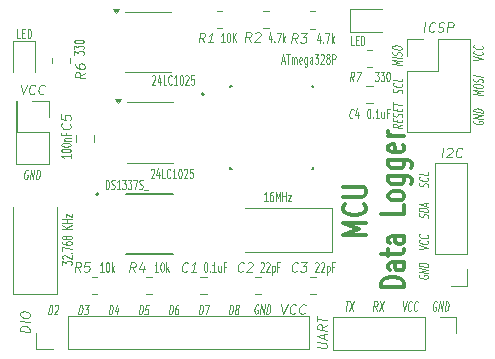
<source format=gbr>
%TF.GenerationSoftware,KiCad,Pcbnew,9.0.2*%
%TF.CreationDate,2025-09-04T16:38:10+03:00*%
%TF.ProjectId,MCU Data Logger,4d435520-4461-4746-9120-4c6f67676572,rev?*%
%TF.SameCoordinates,Original*%
%TF.FileFunction,Legend,Top*%
%TF.FilePolarity,Positive*%
%FSLAX46Y46*%
G04 Gerber Fmt 4.6, Leading zero omitted, Abs format (unit mm)*
G04 Created by KiCad (PCBNEW 9.0.2) date 2025-09-04 16:38:10*
%MOMM*%
%LPD*%
G01*
G04 APERTURE LIST*
%ADD10C,0.100000*%
%ADD11C,0.300000*%
%ADD12C,0.120000*%
%ADD13C,0.127000*%
%ADD14C,0.200000*%
G04 APERTURE END LIST*
D10*
X133365657Y-59597695D02*
X133465657Y-58797695D01*
X133465657Y-58797695D02*
X133584705Y-58797695D01*
X133584705Y-58797695D02*
X133651372Y-58835790D01*
X133651372Y-58835790D02*
X133689467Y-58911980D01*
X133689467Y-58911980D02*
X133703752Y-58988171D01*
X133703752Y-58988171D02*
X133708514Y-59140552D01*
X133708514Y-59140552D02*
X133694229Y-59254838D01*
X133694229Y-59254838D02*
X133651372Y-59407219D01*
X133651372Y-59407219D02*
X133618038Y-59483409D01*
X133618038Y-59483409D02*
X133560895Y-59559600D01*
X133560895Y-59559600D02*
X133484705Y-59597695D01*
X133484705Y-59597695D02*
X133365657Y-59597695D01*
X133918038Y-58797695D02*
X134227562Y-58797695D01*
X134227562Y-58797695D02*
X134022800Y-59102457D01*
X134022800Y-59102457D02*
X134094229Y-59102457D01*
X134094229Y-59102457D02*
X134137086Y-59140552D01*
X134137086Y-59140552D02*
X134156133Y-59178647D01*
X134156133Y-59178647D02*
X134170419Y-59254838D01*
X134170419Y-59254838D02*
X134146610Y-59445314D01*
X134146610Y-59445314D02*
X134113276Y-59521504D01*
X134113276Y-59521504D02*
X134084705Y-59559600D01*
X134084705Y-59559600D02*
X134032324Y-59597695D01*
X134032324Y-59597695D02*
X133889467Y-59597695D01*
X133889467Y-59597695D02*
X133846610Y-59559600D01*
X133846610Y-59559600D02*
X133827562Y-59521504D01*
X162175695Y-54063827D02*
X162975695Y-53997161D01*
X162975695Y-53997161D02*
X162175695Y-53730494D01*
X162899504Y-53368590D02*
X162937600Y-53397161D01*
X162937600Y-53397161D02*
X162975695Y-53473352D01*
X162975695Y-53473352D02*
X162975695Y-53520971D01*
X162975695Y-53520971D02*
X162937600Y-53587637D01*
X162937600Y-53587637D02*
X162861409Y-53625733D01*
X162861409Y-53625733D02*
X162785219Y-53640018D01*
X162785219Y-53640018D02*
X162632838Y-53644780D01*
X162632838Y-53644780D02*
X162518552Y-53630494D01*
X162518552Y-53630494D02*
X162366171Y-53587637D01*
X162366171Y-53587637D02*
X162289980Y-53554304D01*
X162289980Y-53554304D02*
X162213790Y-53497161D01*
X162213790Y-53497161D02*
X162175695Y-53420971D01*
X162175695Y-53420971D02*
X162175695Y-53373352D01*
X162175695Y-53373352D02*
X162213790Y-53306685D01*
X162213790Y-53306685D02*
X162251885Y-53287637D01*
X162899504Y-52868590D02*
X162937600Y-52897161D01*
X162937600Y-52897161D02*
X162975695Y-52973352D01*
X162975695Y-52973352D02*
X162975695Y-53020971D01*
X162975695Y-53020971D02*
X162937600Y-53087637D01*
X162937600Y-53087637D02*
X162861409Y-53125733D01*
X162861409Y-53125733D02*
X162785219Y-53140018D01*
X162785219Y-53140018D02*
X162632838Y-53144780D01*
X162632838Y-53144780D02*
X162518552Y-53130494D01*
X162518552Y-53130494D02*
X162366171Y-53087637D01*
X162366171Y-53087637D02*
X162289980Y-53054304D01*
X162289980Y-53054304D02*
X162213790Y-52997161D01*
X162213790Y-52997161D02*
X162175695Y-52920971D01*
X162175695Y-52920971D02*
X162175695Y-52873352D01*
X162175695Y-52873352D02*
X162213790Y-52806685D01*
X162213790Y-52806685D02*
X162251885Y-52787637D01*
X162937600Y-51407142D02*
X162975695Y-51340476D01*
X162975695Y-51340476D02*
X162975695Y-51221428D01*
X162975695Y-51221428D02*
X162937600Y-51169047D01*
X162937600Y-51169047D02*
X162899504Y-51140476D01*
X162899504Y-51140476D02*
X162823314Y-51107142D01*
X162823314Y-51107142D02*
X162747123Y-51097619D01*
X162747123Y-51097619D02*
X162670933Y-51111904D01*
X162670933Y-51111904D02*
X162632838Y-51130952D01*
X162632838Y-51130952D02*
X162594742Y-51173809D01*
X162594742Y-51173809D02*
X162556647Y-51264285D01*
X162556647Y-51264285D02*
X162518552Y-51307142D01*
X162518552Y-51307142D02*
X162480457Y-51326190D01*
X162480457Y-51326190D02*
X162404266Y-51340476D01*
X162404266Y-51340476D02*
X162328076Y-51330952D01*
X162328076Y-51330952D02*
X162251885Y-51297619D01*
X162251885Y-51297619D02*
X162213790Y-51269047D01*
X162213790Y-51269047D02*
X162175695Y-51216666D01*
X162175695Y-51216666D02*
X162175695Y-51097619D01*
X162175695Y-51097619D02*
X162213790Y-51030952D01*
X162975695Y-50911905D02*
X162175695Y-50811905D01*
X162175695Y-50811905D02*
X162175695Y-50692857D01*
X162175695Y-50692857D02*
X162213790Y-50626191D01*
X162213790Y-50626191D02*
X162289980Y-50588095D01*
X162289980Y-50588095D02*
X162366171Y-50573810D01*
X162366171Y-50573810D02*
X162518552Y-50569048D01*
X162518552Y-50569048D02*
X162632838Y-50583333D01*
X162632838Y-50583333D02*
X162785219Y-50626191D01*
X162785219Y-50626191D02*
X162861409Y-50659524D01*
X162861409Y-50659524D02*
X162937600Y-50716667D01*
X162937600Y-50716667D02*
X162975695Y-50792857D01*
X162975695Y-50792857D02*
X162975695Y-50911905D01*
X162747123Y-50407143D02*
X162747123Y-50169048D01*
X162975695Y-50483333D02*
X162175695Y-50216667D01*
X162175695Y-50216667D02*
X162975695Y-50150000D01*
X166836590Y-43165676D02*
X166798495Y-43208533D01*
X166798495Y-43208533D02*
X166798495Y-43279962D01*
X166798495Y-43279962D02*
X166836590Y-43356152D01*
X166836590Y-43356152D02*
X166912780Y-43413295D01*
X166912780Y-43413295D02*
X166988971Y-43446628D01*
X166988971Y-43446628D02*
X167141352Y-43489485D01*
X167141352Y-43489485D02*
X167255638Y-43503771D01*
X167255638Y-43503771D02*
X167408019Y-43499009D01*
X167408019Y-43499009D02*
X167484209Y-43484724D01*
X167484209Y-43484724D02*
X167560400Y-43446628D01*
X167560400Y-43446628D02*
X167598495Y-43379962D01*
X167598495Y-43379962D02*
X167598495Y-43332343D01*
X167598495Y-43332343D02*
X167560400Y-43256152D01*
X167560400Y-43256152D02*
X167522304Y-43227581D01*
X167522304Y-43227581D02*
X167255638Y-43194247D01*
X167255638Y-43194247D02*
X167255638Y-43289485D01*
X167598495Y-43022819D02*
X166798495Y-42922819D01*
X166798495Y-42922819D02*
X167598495Y-42737105D01*
X167598495Y-42737105D02*
X166798495Y-42637105D01*
X167598495Y-42499009D02*
X166798495Y-42399009D01*
X166798495Y-42399009D02*
X166798495Y-42279961D01*
X166798495Y-42279961D02*
X166836590Y-42213295D01*
X166836590Y-42213295D02*
X166912780Y-42175199D01*
X166912780Y-42175199D02*
X166988971Y-42160914D01*
X166988971Y-42160914D02*
X167141352Y-42156152D01*
X167141352Y-42156152D02*
X167255638Y-42170437D01*
X167255638Y-42170437D02*
X167408019Y-42213295D01*
X167408019Y-42213295D02*
X167484209Y-42246628D01*
X167484209Y-42246628D02*
X167560400Y-42303771D01*
X167560400Y-42303771D02*
X167598495Y-42379961D01*
X167598495Y-42379961D02*
X167598495Y-42499009D01*
D11*
X157719494Y-52835714D02*
X155719494Y-52835714D01*
X155719494Y-52835714D02*
X157148065Y-52335714D01*
X157148065Y-52335714D02*
X155719494Y-51835714D01*
X155719494Y-51835714D02*
X157719494Y-51835714D01*
X157529017Y-50264285D02*
X157624256Y-50335713D01*
X157624256Y-50335713D02*
X157719494Y-50549999D01*
X157719494Y-50549999D02*
X157719494Y-50692856D01*
X157719494Y-50692856D02*
X157624256Y-50907142D01*
X157624256Y-50907142D02*
X157433779Y-51049999D01*
X157433779Y-51049999D02*
X157243303Y-51121428D01*
X157243303Y-51121428D02*
X156862351Y-51192856D01*
X156862351Y-51192856D02*
X156576636Y-51192856D01*
X156576636Y-51192856D02*
X156195684Y-51121428D01*
X156195684Y-51121428D02*
X156005208Y-51049999D01*
X156005208Y-51049999D02*
X155814732Y-50907142D01*
X155814732Y-50907142D02*
X155719494Y-50692856D01*
X155719494Y-50692856D02*
X155719494Y-50549999D01*
X155719494Y-50549999D02*
X155814732Y-50335713D01*
X155814732Y-50335713D02*
X155909970Y-50264285D01*
X155719494Y-49621428D02*
X157338541Y-49621428D01*
X157338541Y-49621428D02*
X157529017Y-49549999D01*
X157529017Y-49549999D02*
X157624256Y-49478571D01*
X157624256Y-49478571D02*
X157719494Y-49335713D01*
X157719494Y-49335713D02*
X157719494Y-49049999D01*
X157719494Y-49049999D02*
X157624256Y-48907142D01*
X157624256Y-48907142D02*
X157529017Y-48835713D01*
X157529017Y-48835713D02*
X157338541Y-48764285D01*
X157338541Y-48764285D02*
X155719494Y-48764285D01*
X160939382Y-57300000D02*
X158939382Y-57300000D01*
X158939382Y-57300000D02*
X158939382Y-56942857D01*
X158939382Y-56942857D02*
X159034620Y-56728571D01*
X159034620Y-56728571D02*
X159225096Y-56585714D01*
X159225096Y-56585714D02*
X159415572Y-56514285D01*
X159415572Y-56514285D02*
X159796524Y-56442857D01*
X159796524Y-56442857D02*
X160082239Y-56442857D01*
X160082239Y-56442857D02*
X160463191Y-56514285D01*
X160463191Y-56514285D02*
X160653667Y-56585714D01*
X160653667Y-56585714D02*
X160844144Y-56728571D01*
X160844144Y-56728571D02*
X160939382Y-56942857D01*
X160939382Y-56942857D02*
X160939382Y-57300000D01*
X160939382Y-55157143D02*
X159891763Y-55157143D01*
X159891763Y-55157143D02*
X159701286Y-55228571D01*
X159701286Y-55228571D02*
X159606048Y-55371428D01*
X159606048Y-55371428D02*
X159606048Y-55657143D01*
X159606048Y-55657143D02*
X159701286Y-55800000D01*
X160844144Y-55157143D02*
X160939382Y-55300000D01*
X160939382Y-55300000D02*
X160939382Y-55657143D01*
X160939382Y-55657143D02*
X160844144Y-55800000D01*
X160844144Y-55800000D02*
X160653667Y-55871428D01*
X160653667Y-55871428D02*
X160463191Y-55871428D01*
X160463191Y-55871428D02*
X160272715Y-55800000D01*
X160272715Y-55800000D02*
X160177477Y-55657143D01*
X160177477Y-55657143D02*
X160177477Y-55300000D01*
X160177477Y-55300000D02*
X160082239Y-55157143D01*
X159606048Y-54657142D02*
X159606048Y-54085714D01*
X158939382Y-54442857D02*
X160653667Y-54442857D01*
X160653667Y-54442857D02*
X160844144Y-54371428D01*
X160844144Y-54371428D02*
X160939382Y-54228571D01*
X160939382Y-54228571D02*
X160939382Y-54085714D01*
X160939382Y-52942857D02*
X159891763Y-52942857D01*
X159891763Y-52942857D02*
X159701286Y-53014285D01*
X159701286Y-53014285D02*
X159606048Y-53157142D01*
X159606048Y-53157142D02*
X159606048Y-53442857D01*
X159606048Y-53442857D02*
X159701286Y-53585714D01*
X160844144Y-52942857D02*
X160939382Y-53085714D01*
X160939382Y-53085714D02*
X160939382Y-53442857D01*
X160939382Y-53442857D02*
X160844144Y-53585714D01*
X160844144Y-53585714D02*
X160653667Y-53657142D01*
X160653667Y-53657142D02*
X160463191Y-53657142D01*
X160463191Y-53657142D02*
X160272715Y-53585714D01*
X160272715Y-53585714D02*
X160177477Y-53442857D01*
X160177477Y-53442857D02*
X160177477Y-53085714D01*
X160177477Y-53085714D02*
X160082239Y-52942857D01*
X160939382Y-50371428D02*
X160939382Y-51085714D01*
X160939382Y-51085714D02*
X158939382Y-51085714D01*
X160939382Y-49657142D02*
X160844144Y-49799999D01*
X160844144Y-49799999D02*
X160748905Y-49871428D01*
X160748905Y-49871428D02*
X160558429Y-49942856D01*
X160558429Y-49942856D02*
X159987001Y-49942856D01*
X159987001Y-49942856D02*
X159796524Y-49871428D01*
X159796524Y-49871428D02*
X159701286Y-49799999D01*
X159701286Y-49799999D02*
X159606048Y-49657142D01*
X159606048Y-49657142D02*
X159606048Y-49442856D01*
X159606048Y-49442856D02*
X159701286Y-49299999D01*
X159701286Y-49299999D02*
X159796524Y-49228571D01*
X159796524Y-49228571D02*
X159987001Y-49157142D01*
X159987001Y-49157142D02*
X160558429Y-49157142D01*
X160558429Y-49157142D02*
X160748905Y-49228571D01*
X160748905Y-49228571D02*
X160844144Y-49299999D01*
X160844144Y-49299999D02*
X160939382Y-49442856D01*
X160939382Y-49442856D02*
X160939382Y-49657142D01*
X159606048Y-47871428D02*
X161225096Y-47871428D01*
X161225096Y-47871428D02*
X161415572Y-47942856D01*
X161415572Y-47942856D02*
X161510810Y-48014285D01*
X161510810Y-48014285D02*
X161606048Y-48157142D01*
X161606048Y-48157142D02*
X161606048Y-48371428D01*
X161606048Y-48371428D02*
X161510810Y-48514285D01*
X160844144Y-47871428D02*
X160939382Y-48014285D01*
X160939382Y-48014285D02*
X160939382Y-48299999D01*
X160939382Y-48299999D02*
X160844144Y-48442856D01*
X160844144Y-48442856D02*
X160748905Y-48514285D01*
X160748905Y-48514285D02*
X160558429Y-48585713D01*
X160558429Y-48585713D02*
X159987001Y-48585713D01*
X159987001Y-48585713D02*
X159796524Y-48514285D01*
X159796524Y-48514285D02*
X159701286Y-48442856D01*
X159701286Y-48442856D02*
X159606048Y-48299999D01*
X159606048Y-48299999D02*
X159606048Y-48014285D01*
X159606048Y-48014285D02*
X159701286Y-47871428D01*
X159606048Y-46514285D02*
X161225096Y-46514285D01*
X161225096Y-46514285D02*
X161415572Y-46585713D01*
X161415572Y-46585713D02*
X161510810Y-46657142D01*
X161510810Y-46657142D02*
X161606048Y-46799999D01*
X161606048Y-46799999D02*
X161606048Y-47014285D01*
X161606048Y-47014285D02*
X161510810Y-47157142D01*
X160844144Y-46514285D02*
X160939382Y-46657142D01*
X160939382Y-46657142D02*
X160939382Y-46942856D01*
X160939382Y-46942856D02*
X160844144Y-47085713D01*
X160844144Y-47085713D02*
X160748905Y-47157142D01*
X160748905Y-47157142D02*
X160558429Y-47228570D01*
X160558429Y-47228570D02*
X159987001Y-47228570D01*
X159987001Y-47228570D02*
X159796524Y-47157142D01*
X159796524Y-47157142D02*
X159701286Y-47085713D01*
X159701286Y-47085713D02*
X159606048Y-46942856D01*
X159606048Y-46942856D02*
X159606048Y-46657142D01*
X159606048Y-46657142D02*
X159701286Y-46514285D01*
X160844144Y-45228570D02*
X160939382Y-45371427D01*
X160939382Y-45371427D02*
X160939382Y-45657142D01*
X160939382Y-45657142D02*
X160844144Y-45799999D01*
X160844144Y-45799999D02*
X160653667Y-45871427D01*
X160653667Y-45871427D02*
X159891763Y-45871427D01*
X159891763Y-45871427D02*
X159701286Y-45799999D01*
X159701286Y-45799999D02*
X159606048Y-45657142D01*
X159606048Y-45657142D02*
X159606048Y-45371427D01*
X159606048Y-45371427D02*
X159701286Y-45228570D01*
X159701286Y-45228570D02*
X159891763Y-45157142D01*
X159891763Y-45157142D02*
X160082239Y-45157142D01*
X160082239Y-45157142D02*
X160272715Y-45871427D01*
X160939382Y-44514285D02*
X159606048Y-44514285D01*
X159987001Y-44514285D02*
X159796524Y-44442856D01*
X159796524Y-44442856D02*
X159701286Y-44371428D01*
X159701286Y-44371428D02*
X159606048Y-44228570D01*
X159606048Y-44228570D02*
X159606048Y-44085713D01*
D10*
X158611105Y-59292895D02*
X158492057Y-58911942D01*
X158325390Y-59292895D02*
X158425390Y-58492895D01*
X158425390Y-58492895D02*
X158615866Y-58492895D01*
X158615866Y-58492895D02*
X158658724Y-58530990D01*
X158658724Y-58530990D02*
X158677771Y-58569085D01*
X158677771Y-58569085D02*
X158692057Y-58645276D01*
X158692057Y-58645276D02*
X158677771Y-58759561D01*
X158677771Y-58759561D02*
X158644438Y-58835752D01*
X158644438Y-58835752D02*
X158615866Y-58873847D01*
X158615866Y-58873847D02*
X158563485Y-58911942D01*
X158563485Y-58911942D02*
X158373009Y-58911942D01*
X158877771Y-58492895D02*
X159111105Y-59292895D01*
X159211105Y-58492895D02*
X158777771Y-59292895D01*
X129097123Y-47405790D02*
X129054266Y-47367695D01*
X129054266Y-47367695D02*
X128982837Y-47367695D01*
X128982837Y-47367695D02*
X128906647Y-47405790D01*
X128906647Y-47405790D02*
X128849504Y-47481980D01*
X128849504Y-47481980D02*
X128816171Y-47558171D01*
X128816171Y-47558171D02*
X128773314Y-47710552D01*
X128773314Y-47710552D02*
X128759028Y-47824838D01*
X128759028Y-47824838D02*
X128763790Y-47977219D01*
X128763790Y-47977219D02*
X128778075Y-48053409D01*
X128778075Y-48053409D02*
X128816171Y-48129600D01*
X128816171Y-48129600D02*
X128882837Y-48167695D01*
X128882837Y-48167695D02*
X128930456Y-48167695D01*
X128930456Y-48167695D02*
X129006647Y-48129600D01*
X129006647Y-48129600D02*
X129035218Y-48091504D01*
X129035218Y-48091504D02*
X129068552Y-47824838D01*
X129068552Y-47824838D02*
X128973314Y-47824838D01*
X129239980Y-48167695D02*
X129339980Y-47367695D01*
X129339980Y-47367695D02*
X129525695Y-48167695D01*
X129525695Y-48167695D02*
X129625695Y-47367695D01*
X129763790Y-48167695D02*
X129863790Y-47367695D01*
X129863790Y-47367695D02*
X129982838Y-47367695D01*
X129982838Y-47367695D02*
X130049505Y-47405790D01*
X130049505Y-47405790D02*
X130087600Y-47481980D01*
X130087600Y-47481980D02*
X130101885Y-47558171D01*
X130101885Y-47558171D02*
X130106647Y-47710552D01*
X130106647Y-47710552D02*
X130092362Y-47824838D01*
X130092362Y-47824838D02*
X130049505Y-47977219D01*
X130049505Y-47977219D02*
X130016171Y-48053409D01*
X130016171Y-48053409D02*
X129959028Y-48129600D01*
X129959028Y-48129600D02*
X129882838Y-48167695D01*
X129882838Y-48167695D02*
X129763790Y-48167695D01*
X148604323Y-58784990D02*
X148561466Y-58746895D01*
X148561466Y-58746895D02*
X148490037Y-58746895D01*
X148490037Y-58746895D02*
X148413847Y-58784990D01*
X148413847Y-58784990D02*
X148356704Y-58861180D01*
X148356704Y-58861180D02*
X148323371Y-58937371D01*
X148323371Y-58937371D02*
X148280514Y-59089752D01*
X148280514Y-59089752D02*
X148266228Y-59204038D01*
X148266228Y-59204038D02*
X148270990Y-59356419D01*
X148270990Y-59356419D02*
X148285275Y-59432609D01*
X148285275Y-59432609D02*
X148323371Y-59508800D01*
X148323371Y-59508800D02*
X148390037Y-59546895D01*
X148390037Y-59546895D02*
X148437656Y-59546895D01*
X148437656Y-59546895D02*
X148513847Y-59508800D01*
X148513847Y-59508800D02*
X148542418Y-59470704D01*
X148542418Y-59470704D02*
X148575752Y-59204038D01*
X148575752Y-59204038D02*
X148480514Y-59204038D01*
X148747180Y-59546895D02*
X148847180Y-58746895D01*
X148847180Y-58746895D02*
X149032895Y-59546895D01*
X149032895Y-59546895D02*
X149132895Y-58746895D01*
X149270990Y-59546895D02*
X149370990Y-58746895D01*
X149370990Y-58746895D02*
X149490038Y-58746895D01*
X149490038Y-58746895D02*
X149556705Y-58784990D01*
X149556705Y-58784990D02*
X149594800Y-58861180D01*
X149594800Y-58861180D02*
X149609085Y-58937371D01*
X149609085Y-58937371D02*
X149613847Y-59089752D01*
X149613847Y-59089752D02*
X149599562Y-59204038D01*
X149599562Y-59204038D02*
X149556705Y-59356419D01*
X149556705Y-59356419D02*
X149523371Y-59432609D01*
X149523371Y-59432609D02*
X149466228Y-59508800D01*
X149466228Y-59508800D02*
X149390038Y-59546895D01*
X149390038Y-59546895D02*
X149270990Y-59546895D01*
X160753200Y-40865837D02*
X160791295Y-40799171D01*
X160791295Y-40799171D02*
X160791295Y-40680123D01*
X160791295Y-40680123D02*
X160753200Y-40627742D01*
X160753200Y-40627742D02*
X160715104Y-40599171D01*
X160715104Y-40599171D02*
X160638914Y-40565837D01*
X160638914Y-40565837D02*
X160562723Y-40556314D01*
X160562723Y-40556314D02*
X160486533Y-40570599D01*
X160486533Y-40570599D02*
X160448438Y-40589647D01*
X160448438Y-40589647D02*
X160410342Y-40632504D01*
X160410342Y-40632504D02*
X160372247Y-40722980D01*
X160372247Y-40722980D02*
X160334152Y-40765837D01*
X160334152Y-40765837D02*
X160296057Y-40784885D01*
X160296057Y-40784885D02*
X160219866Y-40799171D01*
X160219866Y-40799171D02*
X160143676Y-40789647D01*
X160143676Y-40789647D02*
X160067485Y-40756314D01*
X160067485Y-40756314D02*
X160029390Y-40727742D01*
X160029390Y-40727742D02*
X159991295Y-40675361D01*
X159991295Y-40675361D02*
X159991295Y-40556314D01*
X159991295Y-40556314D02*
X160029390Y-40489647D01*
X160715104Y-40075362D02*
X160753200Y-40103933D01*
X160753200Y-40103933D02*
X160791295Y-40180124D01*
X160791295Y-40180124D02*
X160791295Y-40227743D01*
X160791295Y-40227743D02*
X160753200Y-40294409D01*
X160753200Y-40294409D02*
X160677009Y-40332505D01*
X160677009Y-40332505D02*
X160600819Y-40346790D01*
X160600819Y-40346790D02*
X160448438Y-40351552D01*
X160448438Y-40351552D02*
X160334152Y-40337266D01*
X160334152Y-40337266D02*
X160181771Y-40294409D01*
X160181771Y-40294409D02*
X160105580Y-40261076D01*
X160105580Y-40261076D02*
X160029390Y-40203933D01*
X160029390Y-40203933D02*
X159991295Y-40127743D01*
X159991295Y-40127743D02*
X159991295Y-40080124D01*
X159991295Y-40080124D02*
X160029390Y-40013457D01*
X160029390Y-40013457D02*
X160067485Y-39994409D01*
X160791295Y-39632505D02*
X160791295Y-39870600D01*
X160791295Y-39870600D02*
X159991295Y-39770600D01*
X163691923Y-58530990D02*
X163649066Y-58492895D01*
X163649066Y-58492895D02*
X163577637Y-58492895D01*
X163577637Y-58492895D02*
X163501447Y-58530990D01*
X163501447Y-58530990D02*
X163444304Y-58607180D01*
X163444304Y-58607180D02*
X163410971Y-58683371D01*
X163410971Y-58683371D02*
X163368114Y-58835752D01*
X163368114Y-58835752D02*
X163353828Y-58950038D01*
X163353828Y-58950038D02*
X163358590Y-59102419D01*
X163358590Y-59102419D02*
X163372875Y-59178609D01*
X163372875Y-59178609D02*
X163410971Y-59254800D01*
X163410971Y-59254800D02*
X163477637Y-59292895D01*
X163477637Y-59292895D02*
X163525256Y-59292895D01*
X163525256Y-59292895D02*
X163601447Y-59254800D01*
X163601447Y-59254800D02*
X163630018Y-59216704D01*
X163630018Y-59216704D02*
X163663352Y-58950038D01*
X163663352Y-58950038D02*
X163568114Y-58950038D01*
X163834780Y-59292895D02*
X163934780Y-58492895D01*
X163934780Y-58492895D02*
X164120495Y-59292895D01*
X164120495Y-59292895D02*
X164220495Y-58492895D01*
X164358590Y-59292895D02*
X164458590Y-58492895D01*
X164458590Y-58492895D02*
X164577638Y-58492895D01*
X164577638Y-58492895D02*
X164644305Y-58530990D01*
X164644305Y-58530990D02*
X164682400Y-58607180D01*
X164682400Y-58607180D02*
X164696685Y-58683371D01*
X164696685Y-58683371D02*
X164701447Y-58835752D01*
X164701447Y-58835752D02*
X164687162Y-58950038D01*
X164687162Y-58950038D02*
X164644305Y-59102419D01*
X164644305Y-59102419D02*
X164610971Y-59178609D01*
X164610971Y-59178609D02*
X164553828Y-59254800D01*
X164553828Y-59254800D02*
X164477638Y-59292895D01*
X164477638Y-59292895D02*
X164358590Y-59292895D01*
X138462590Y-59597695D02*
X138562590Y-58797695D01*
X138562590Y-58797695D02*
X138681638Y-58797695D01*
X138681638Y-58797695D02*
X138748305Y-58835790D01*
X138748305Y-58835790D02*
X138786400Y-58911980D01*
X138786400Y-58911980D02*
X138800685Y-58988171D01*
X138800685Y-58988171D02*
X138805447Y-59140552D01*
X138805447Y-59140552D02*
X138791162Y-59254838D01*
X138791162Y-59254838D02*
X138748305Y-59407219D01*
X138748305Y-59407219D02*
X138714971Y-59483409D01*
X138714971Y-59483409D02*
X138657828Y-59559600D01*
X138657828Y-59559600D02*
X138581638Y-59597695D01*
X138581638Y-59597695D02*
X138462590Y-59597695D01*
X139300685Y-58797695D02*
X139062590Y-58797695D01*
X139062590Y-58797695D02*
X138991162Y-59178647D01*
X138991162Y-59178647D02*
X139019733Y-59140552D01*
X139019733Y-59140552D02*
X139072114Y-59102457D01*
X139072114Y-59102457D02*
X139191162Y-59102457D01*
X139191162Y-59102457D02*
X139234019Y-59140552D01*
X139234019Y-59140552D02*
X139253066Y-59178647D01*
X139253066Y-59178647D02*
X139267352Y-59254838D01*
X139267352Y-59254838D02*
X139243543Y-59445314D01*
X139243543Y-59445314D02*
X139210209Y-59521504D01*
X139210209Y-59521504D02*
X139181638Y-59559600D01*
X139181638Y-59559600D02*
X139129257Y-59597695D01*
X139129257Y-59597695D02*
X139010209Y-59597695D01*
X139010209Y-59597695D02*
X138967352Y-59559600D01*
X138967352Y-59559600D02*
X138948305Y-59521504D01*
X167598495Y-41024076D02*
X166798495Y-40924076D01*
X166798495Y-40924076D02*
X167369923Y-40828838D01*
X167369923Y-40828838D02*
X166798495Y-40590742D01*
X166798495Y-40590742D02*
X167598495Y-40690742D01*
X166798495Y-40257409D02*
X166798495Y-40162171D01*
X166798495Y-40162171D02*
X166836590Y-40119313D01*
X166836590Y-40119313D02*
X166912780Y-40081218D01*
X166912780Y-40081218D02*
X167065161Y-40076456D01*
X167065161Y-40076456D02*
X167331828Y-40109790D01*
X167331828Y-40109790D02*
X167484209Y-40152647D01*
X167484209Y-40152647D02*
X167560400Y-40209790D01*
X167560400Y-40209790D02*
X167598495Y-40262171D01*
X167598495Y-40262171D02*
X167598495Y-40357409D01*
X167598495Y-40357409D02*
X167560400Y-40400266D01*
X167560400Y-40400266D02*
X167484209Y-40438361D01*
X167484209Y-40438361D02*
X167331828Y-40443123D01*
X167331828Y-40443123D02*
X167065161Y-40409790D01*
X167065161Y-40409790D02*
X166912780Y-40366933D01*
X166912780Y-40366933D02*
X166836590Y-40309790D01*
X166836590Y-40309790D02*
X166798495Y-40257409D01*
X167560400Y-39947884D02*
X167598495Y-39881218D01*
X167598495Y-39881218D02*
X167598495Y-39762170D01*
X167598495Y-39762170D02*
X167560400Y-39709789D01*
X167560400Y-39709789D02*
X167522304Y-39681218D01*
X167522304Y-39681218D02*
X167446114Y-39647884D01*
X167446114Y-39647884D02*
X167369923Y-39638361D01*
X167369923Y-39638361D02*
X167293733Y-39652646D01*
X167293733Y-39652646D02*
X167255638Y-39671694D01*
X167255638Y-39671694D02*
X167217542Y-39714551D01*
X167217542Y-39714551D02*
X167179447Y-39805027D01*
X167179447Y-39805027D02*
X167141352Y-39847884D01*
X167141352Y-39847884D02*
X167103257Y-39866932D01*
X167103257Y-39866932D02*
X167027066Y-39881218D01*
X167027066Y-39881218D02*
X166950876Y-39871694D01*
X166950876Y-39871694D02*
X166874685Y-39838361D01*
X166874685Y-39838361D02*
X166836590Y-39809789D01*
X166836590Y-39809789D02*
X166798495Y-39757408D01*
X166798495Y-39757408D02*
X166798495Y-39638361D01*
X166798495Y-39638361D02*
X166836590Y-39571694D01*
X167598495Y-39452647D02*
X166798495Y-39352647D01*
X130817190Y-59597695D02*
X130917190Y-58797695D01*
X130917190Y-58797695D02*
X131036238Y-58797695D01*
X131036238Y-58797695D02*
X131102905Y-58835790D01*
X131102905Y-58835790D02*
X131141000Y-58911980D01*
X131141000Y-58911980D02*
X131155285Y-58988171D01*
X131155285Y-58988171D02*
X131160047Y-59140552D01*
X131160047Y-59140552D02*
X131145762Y-59254838D01*
X131145762Y-59254838D02*
X131102905Y-59407219D01*
X131102905Y-59407219D02*
X131069571Y-59483409D01*
X131069571Y-59483409D02*
X131012428Y-59559600D01*
X131012428Y-59559600D02*
X130936238Y-59597695D01*
X130936238Y-59597695D02*
X130817190Y-59597695D01*
X131383857Y-58873885D02*
X131412428Y-58835790D01*
X131412428Y-58835790D02*
X131464809Y-58797695D01*
X131464809Y-58797695D02*
X131583857Y-58797695D01*
X131583857Y-58797695D02*
X131626714Y-58835790D01*
X131626714Y-58835790D02*
X131645762Y-58873885D01*
X131645762Y-58873885D02*
X131660047Y-58950076D01*
X131660047Y-58950076D02*
X131650524Y-59026266D01*
X131650524Y-59026266D02*
X131612428Y-59140552D01*
X131612428Y-59140552D02*
X131269571Y-59597695D01*
X131269571Y-59597695D02*
X131579095Y-59597695D01*
X162213790Y-56221276D02*
X162175695Y-56264133D01*
X162175695Y-56264133D02*
X162175695Y-56335562D01*
X162175695Y-56335562D02*
X162213790Y-56411752D01*
X162213790Y-56411752D02*
X162289980Y-56468895D01*
X162289980Y-56468895D02*
X162366171Y-56502228D01*
X162366171Y-56502228D02*
X162518552Y-56545085D01*
X162518552Y-56545085D02*
X162632838Y-56559371D01*
X162632838Y-56559371D02*
X162785219Y-56554609D01*
X162785219Y-56554609D02*
X162861409Y-56540324D01*
X162861409Y-56540324D02*
X162937600Y-56502228D01*
X162937600Y-56502228D02*
X162975695Y-56435562D01*
X162975695Y-56435562D02*
X162975695Y-56387943D01*
X162975695Y-56387943D02*
X162937600Y-56311752D01*
X162937600Y-56311752D02*
X162899504Y-56283181D01*
X162899504Y-56283181D02*
X162632838Y-56249847D01*
X162632838Y-56249847D02*
X162632838Y-56345085D01*
X162975695Y-56078419D02*
X162175695Y-55978419D01*
X162175695Y-55978419D02*
X162975695Y-55792705D01*
X162975695Y-55792705D02*
X162175695Y-55692705D01*
X162975695Y-55554609D02*
X162175695Y-55454609D01*
X162175695Y-55454609D02*
X162175695Y-55335561D01*
X162175695Y-55335561D02*
X162213790Y-55268895D01*
X162213790Y-55268895D02*
X162289980Y-55230799D01*
X162289980Y-55230799D02*
X162366171Y-55216514D01*
X162366171Y-55216514D02*
X162518552Y-55211752D01*
X162518552Y-55211752D02*
X162632838Y-55226037D01*
X162632838Y-55226037D02*
X162785219Y-55268895D01*
X162785219Y-55268895D02*
X162861409Y-55302228D01*
X162861409Y-55302228D02*
X162937600Y-55359371D01*
X162937600Y-55359371D02*
X162975695Y-55435561D01*
X162975695Y-55435561D02*
X162975695Y-55554609D01*
X160740495Y-38484076D02*
X159940495Y-38384076D01*
X159940495Y-38384076D02*
X160511923Y-38288838D01*
X160511923Y-38288838D02*
X159940495Y-38050742D01*
X159940495Y-38050742D02*
X160740495Y-38150742D01*
X160740495Y-37912647D02*
X159940495Y-37812647D01*
X160702400Y-37693599D02*
X160740495Y-37626933D01*
X160740495Y-37626933D02*
X160740495Y-37507885D01*
X160740495Y-37507885D02*
X160702400Y-37455504D01*
X160702400Y-37455504D02*
X160664304Y-37426933D01*
X160664304Y-37426933D02*
X160588114Y-37393599D01*
X160588114Y-37393599D02*
X160511923Y-37384076D01*
X160511923Y-37384076D02*
X160435733Y-37398361D01*
X160435733Y-37398361D02*
X160397638Y-37417409D01*
X160397638Y-37417409D02*
X160359542Y-37460266D01*
X160359542Y-37460266D02*
X160321447Y-37550742D01*
X160321447Y-37550742D02*
X160283352Y-37593599D01*
X160283352Y-37593599D02*
X160245257Y-37612647D01*
X160245257Y-37612647D02*
X160169066Y-37626933D01*
X160169066Y-37626933D02*
X160092876Y-37617409D01*
X160092876Y-37617409D02*
X160016685Y-37584076D01*
X160016685Y-37584076D02*
X159978590Y-37555504D01*
X159978590Y-37555504D02*
X159940495Y-37503123D01*
X159940495Y-37503123D02*
X159940495Y-37384076D01*
X159940495Y-37384076D02*
X159978590Y-37317409D01*
X159940495Y-37003124D02*
X159940495Y-36907886D01*
X159940495Y-36907886D02*
X159978590Y-36865028D01*
X159978590Y-36865028D02*
X160054780Y-36826933D01*
X160054780Y-36826933D02*
X160207161Y-36822171D01*
X160207161Y-36822171D02*
X160473828Y-36855505D01*
X160473828Y-36855505D02*
X160626209Y-36898362D01*
X160626209Y-36898362D02*
X160702400Y-36955505D01*
X160702400Y-36955505D02*
X160740495Y-37007886D01*
X160740495Y-37007886D02*
X160740495Y-37103124D01*
X160740495Y-37103124D02*
X160702400Y-37145981D01*
X160702400Y-37145981D02*
X160626209Y-37184076D01*
X160626209Y-37184076D02*
X160473828Y-37188838D01*
X160473828Y-37188838D02*
X160207161Y-37155505D01*
X160207161Y-37155505D02*
X160054780Y-37112648D01*
X160054780Y-37112648D02*
X159978590Y-37055505D01*
X159978590Y-37055505D02*
X159940495Y-37003124D01*
X141011057Y-59597695D02*
X141111057Y-58797695D01*
X141111057Y-58797695D02*
X141230105Y-58797695D01*
X141230105Y-58797695D02*
X141296772Y-58835790D01*
X141296772Y-58835790D02*
X141334867Y-58911980D01*
X141334867Y-58911980D02*
X141349152Y-58988171D01*
X141349152Y-58988171D02*
X141353914Y-59140552D01*
X141353914Y-59140552D02*
X141339629Y-59254838D01*
X141339629Y-59254838D02*
X141296772Y-59407219D01*
X141296772Y-59407219D02*
X141263438Y-59483409D01*
X141263438Y-59483409D02*
X141206295Y-59559600D01*
X141206295Y-59559600D02*
X141130105Y-59597695D01*
X141130105Y-59597695D02*
X141011057Y-59597695D01*
X141825343Y-58797695D02*
X141730105Y-58797695D01*
X141730105Y-58797695D02*
X141677724Y-58835790D01*
X141677724Y-58835790D02*
X141649152Y-58873885D01*
X141649152Y-58873885D02*
X141587248Y-58988171D01*
X141587248Y-58988171D02*
X141544391Y-59140552D01*
X141544391Y-59140552D02*
X141506295Y-59445314D01*
X141506295Y-59445314D02*
X141520581Y-59521504D01*
X141520581Y-59521504D02*
X141539629Y-59559600D01*
X141539629Y-59559600D02*
X141582486Y-59597695D01*
X141582486Y-59597695D02*
X141677724Y-59597695D01*
X141677724Y-59597695D02*
X141730105Y-59559600D01*
X141730105Y-59559600D02*
X141758676Y-59521504D01*
X141758676Y-59521504D02*
X141792010Y-59445314D01*
X141792010Y-59445314D02*
X141815819Y-59254838D01*
X141815819Y-59254838D02*
X141801533Y-59178647D01*
X141801533Y-59178647D02*
X141782486Y-59140552D01*
X141782486Y-59140552D02*
X141739629Y-59102457D01*
X141739629Y-59102457D02*
X141644391Y-59102457D01*
X141644391Y-59102457D02*
X141592010Y-59140552D01*
X141592010Y-59140552D02*
X141563438Y-59178647D01*
X141563438Y-59178647D02*
X141530105Y-59254838D01*
X160820172Y-58492895D02*
X160886838Y-59292895D01*
X160886838Y-59292895D02*
X161153505Y-58492895D01*
X161515409Y-59216704D02*
X161486838Y-59254800D01*
X161486838Y-59254800D02*
X161410647Y-59292895D01*
X161410647Y-59292895D02*
X161363028Y-59292895D01*
X161363028Y-59292895D02*
X161296362Y-59254800D01*
X161296362Y-59254800D02*
X161258266Y-59178609D01*
X161258266Y-59178609D02*
X161243981Y-59102419D01*
X161243981Y-59102419D02*
X161239219Y-58950038D01*
X161239219Y-58950038D02*
X161253505Y-58835752D01*
X161253505Y-58835752D02*
X161296362Y-58683371D01*
X161296362Y-58683371D02*
X161329695Y-58607180D01*
X161329695Y-58607180D02*
X161386838Y-58530990D01*
X161386838Y-58530990D02*
X161463028Y-58492895D01*
X161463028Y-58492895D02*
X161510647Y-58492895D01*
X161510647Y-58492895D02*
X161577314Y-58530990D01*
X161577314Y-58530990D02*
X161596362Y-58569085D01*
X162015409Y-59216704D02*
X161986838Y-59254800D01*
X161986838Y-59254800D02*
X161910647Y-59292895D01*
X161910647Y-59292895D02*
X161863028Y-59292895D01*
X161863028Y-59292895D02*
X161796362Y-59254800D01*
X161796362Y-59254800D02*
X161758266Y-59178609D01*
X161758266Y-59178609D02*
X161743981Y-59102419D01*
X161743981Y-59102419D02*
X161739219Y-58950038D01*
X161739219Y-58950038D02*
X161753505Y-58835752D01*
X161753505Y-58835752D02*
X161796362Y-58683371D01*
X161796362Y-58683371D02*
X161829695Y-58607180D01*
X161829695Y-58607180D02*
X161886838Y-58530990D01*
X161886838Y-58530990D02*
X161963028Y-58492895D01*
X161963028Y-58492895D02*
X162010647Y-58492895D01*
X162010647Y-58492895D02*
X162077314Y-58530990D01*
X162077314Y-58530990D02*
X162096362Y-58569085D01*
X166798495Y-38061827D02*
X167598495Y-37995161D01*
X167598495Y-37995161D02*
X166798495Y-37728494D01*
X167522304Y-37366590D02*
X167560400Y-37395161D01*
X167560400Y-37395161D02*
X167598495Y-37471352D01*
X167598495Y-37471352D02*
X167598495Y-37518971D01*
X167598495Y-37518971D02*
X167560400Y-37585637D01*
X167560400Y-37585637D02*
X167484209Y-37623733D01*
X167484209Y-37623733D02*
X167408019Y-37638018D01*
X167408019Y-37638018D02*
X167255638Y-37642780D01*
X167255638Y-37642780D02*
X167141352Y-37628494D01*
X167141352Y-37628494D02*
X166988971Y-37585637D01*
X166988971Y-37585637D02*
X166912780Y-37552304D01*
X166912780Y-37552304D02*
X166836590Y-37495161D01*
X166836590Y-37495161D02*
X166798495Y-37418971D01*
X166798495Y-37418971D02*
X166798495Y-37371352D01*
X166798495Y-37371352D02*
X166836590Y-37304685D01*
X166836590Y-37304685D02*
X166874685Y-37285637D01*
X167522304Y-36866590D02*
X167560400Y-36895161D01*
X167560400Y-36895161D02*
X167598495Y-36971352D01*
X167598495Y-36971352D02*
X167598495Y-37018971D01*
X167598495Y-37018971D02*
X167560400Y-37085637D01*
X167560400Y-37085637D02*
X167484209Y-37123733D01*
X167484209Y-37123733D02*
X167408019Y-37138018D01*
X167408019Y-37138018D02*
X167255638Y-37142780D01*
X167255638Y-37142780D02*
X167141352Y-37128494D01*
X167141352Y-37128494D02*
X166988971Y-37085637D01*
X166988971Y-37085637D02*
X166912780Y-37052304D01*
X166912780Y-37052304D02*
X166836590Y-36995161D01*
X166836590Y-36995161D02*
X166798495Y-36918971D01*
X166798495Y-36918971D02*
X166798495Y-36871352D01*
X166798495Y-36871352D02*
X166836590Y-36804685D01*
X166836590Y-36804685D02*
X166874685Y-36785637D01*
X162937600Y-48804437D02*
X162975695Y-48737771D01*
X162975695Y-48737771D02*
X162975695Y-48618723D01*
X162975695Y-48618723D02*
X162937600Y-48566342D01*
X162937600Y-48566342D02*
X162899504Y-48537771D01*
X162899504Y-48537771D02*
X162823314Y-48504437D01*
X162823314Y-48504437D02*
X162747123Y-48494914D01*
X162747123Y-48494914D02*
X162670933Y-48509199D01*
X162670933Y-48509199D02*
X162632838Y-48528247D01*
X162632838Y-48528247D02*
X162594742Y-48571104D01*
X162594742Y-48571104D02*
X162556647Y-48661580D01*
X162556647Y-48661580D02*
X162518552Y-48704437D01*
X162518552Y-48704437D02*
X162480457Y-48723485D01*
X162480457Y-48723485D02*
X162404266Y-48737771D01*
X162404266Y-48737771D02*
X162328076Y-48728247D01*
X162328076Y-48728247D02*
X162251885Y-48694914D01*
X162251885Y-48694914D02*
X162213790Y-48666342D01*
X162213790Y-48666342D02*
X162175695Y-48613961D01*
X162175695Y-48613961D02*
X162175695Y-48494914D01*
X162175695Y-48494914D02*
X162213790Y-48428247D01*
X162899504Y-48013962D02*
X162937600Y-48042533D01*
X162937600Y-48042533D02*
X162975695Y-48118724D01*
X162975695Y-48118724D02*
X162975695Y-48166343D01*
X162975695Y-48166343D02*
X162937600Y-48233009D01*
X162937600Y-48233009D02*
X162861409Y-48271105D01*
X162861409Y-48271105D02*
X162785219Y-48285390D01*
X162785219Y-48285390D02*
X162632838Y-48290152D01*
X162632838Y-48290152D02*
X162518552Y-48275866D01*
X162518552Y-48275866D02*
X162366171Y-48233009D01*
X162366171Y-48233009D02*
X162289980Y-48199676D01*
X162289980Y-48199676D02*
X162213790Y-48142533D01*
X162213790Y-48142533D02*
X162175695Y-48066343D01*
X162175695Y-48066343D02*
X162175695Y-48018724D01*
X162175695Y-48018724D02*
X162213790Y-47952057D01*
X162213790Y-47952057D02*
X162251885Y-47933009D01*
X162975695Y-47571105D02*
X162975695Y-47809200D01*
X162975695Y-47809200D02*
X162175695Y-47709200D01*
X146107990Y-59597695D02*
X146207990Y-58797695D01*
X146207990Y-58797695D02*
X146327038Y-58797695D01*
X146327038Y-58797695D02*
X146393705Y-58835790D01*
X146393705Y-58835790D02*
X146431800Y-58911980D01*
X146431800Y-58911980D02*
X146446085Y-58988171D01*
X146446085Y-58988171D02*
X146450847Y-59140552D01*
X146450847Y-59140552D02*
X146436562Y-59254838D01*
X146436562Y-59254838D02*
X146393705Y-59407219D01*
X146393705Y-59407219D02*
X146360371Y-59483409D01*
X146360371Y-59483409D02*
X146303228Y-59559600D01*
X146303228Y-59559600D02*
X146227038Y-59597695D01*
X146227038Y-59597695D02*
X146107990Y-59597695D01*
X146736562Y-59140552D02*
X146693705Y-59102457D01*
X146693705Y-59102457D02*
X146674657Y-59064361D01*
X146674657Y-59064361D02*
X146660371Y-58988171D01*
X146660371Y-58988171D02*
X146665133Y-58950076D01*
X146665133Y-58950076D02*
X146698466Y-58873885D01*
X146698466Y-58873885D02*
X146727038Y-58835790D01*
X146727038Y-58835790D02*
X146779419Y-58797695D01*
X146779419Y-58797695D02*
X146874657Y-58797695D01*
X146874657Y-58797695D02*
X146917514Y-58835790D01*
X146917514Y-58835790D02*
X146936562Y-58873885D01*
X146936562Y-58873885D02*
X146950847Y-58950076D01*
X146950847Y-58950076D02*
X146946085Y-58988171D01*
X146946085Y-58988171D02*
X146912752Y-59064361D01*
X146912752Y-59064361D02*
X146884181Y-59102457D01*
X146884181Y-59102457D02*
X146831800Y-59140552D01*
X146831800Y-59140552D02*
X146736562Y-59140552D01*
X146736562Y-59140552D02*
X146684181Y-59178647D01*
X146684181Y-59178647D02*
X146655609Y-59216742D01*
X146655609Y-59216742D02*
X146622276Y-59292933D01*
X146622276Y-59292933D02*
X146603228Y-59445314D01*
X146603228Y-59445314D02*
X146617514Y-59521504D01*
X146617514Y-59521504D02*
X146636562Y-59559600D01*
X146636562Y-59559600D02*
X146679419Y-59597695D01*
X146679419Y-59597695D02*
X146774657Y-59597695D01*
X146774657Y-59597695D02*
X146827038Y-59559600D01*
X146827038Y-59559600D02*
X146855609Y-59521504D01*
X146855609Y-59521504D02*
X146888943Y-59445314D01*
X146888943Y-59445314D02*
X146907990Y-59292933D01*
X146907990Y-59292933D02*
X146893705Y-59216742D01*
X146893705Y-59216742D02*
X146874657Y-59178647D01*
X146874657Y-59178647D02*
X146831800Y-59140552D01*
X160791295Y-43555352D02*
X160410342Y-43674399D01*
X160791295Y-43841066D02*
X159991295Y-43741066D01*
X159991295Y-43741066D02*
X159991295Y-43550590D01*
X159991295Y-43550590D02*
X160029390Y-43507732D01*
X160029390Y-43507732D02*
X160067485Y-43488685D01*
X160067485Y-43488685D02*
X160143676Y-43474399D01*
X160143676Y-43474399D02*
X160257961Y-43488685D01*
X160257961Y-43488685D02*
X160334152Y-43522018D01*
X160334152Y-43522018D02*
X160372247Y-43550590D01*
X160372247Y-43550590D02*
X160410342Y-43602971D01*
X160410342Y-43602971D02*
X160410342Y-43793447D01*
X160372247Y-43288685D02*
X160372247Y-43122018D01*
X160791295Y-43102971D02*
X160791295Y-43341066D01*
X160791295Y-43341066D02*
X159991295Y-43241066D01*
X159991295Y-43241066D02*
X159991295Y-43002971D01*
X160753200Y-42907732D02*
X160791295Y-42841066D01*
X160791295Y-42841066D02*
X160791295Y-42722018D01*
X160791295Y-42722018D02*
X160753200Y-42669637D01*
X160753200Y-42669637D02*
X160715104Y-42641066D01*
X160715104Y-42641066D02*
X160638914Y-42607732D01*
X160638914Y-42607732D02*
X160562723Y-42598209D01*
X160562723Y-42598209D02*
X160486533Y-42612494D01*
X160486533Y-42612494D02*
X160448438Y-42631542D01*
X160448438Y-42631542D02*
X160410342Y-42674399D01*
X160410342Y-42674399D02*
X160372247Y-42764875D01*
X160372247Y-42764875D02*
X160334152Y-42807732D01*
X160334152Y-42807732D02*
X160296057Y-42826780D01*
X160296057Y-42826780D02*
X160219866Y-42841066D01*
X160219866Y-42841066D02*
X160143676Y-42831542D01*
X160143676Y-42831542D02*
X160067485Y-42798209D01*
X160067485Y-42798209D02*
X160029390Y-42769637D01*
X160029390Y-42769637D02*
X159991295Y-42717256D01*
X159991295Y-42717256D02*
X159991295Y-42598209D01*
X159991295Y-42598209D02*
X160029390Y-42531542D01*
X160372247Y-42360114D02*
X160372247Y-42193447D01*
X160791295Y-42174400D02*
X160791295Y-42412495D01*
X160791295Y-42412495D02*
X159991295Y-42312495D01*
X159991295Y-42312495D02*
X159991295Y-42074400D01*
X159991295Y-41931542D02*
X159991295Y-41645828D01*
X160791295Y-41888685D02*
X159991295Y-41788685D01*
X155975086Y-58492895D02*
X156260800Y-58492895D01*
X156017943Y-59292895D02*
X156117943Y-58492895D01*
X156379847Y-58492895D02*
X156613181Y-59292895D01*
X156713181Y-58492895D02*
X156279847Y-59292895D01*
X135914123Y-59597695D02*
X136014123Y-58797695D01*
X136014123Y-58797695D02*
X136133171Y-58797695D01*
X136133171Y-58797695D02*
X136199838Y-58835790D01*
X136199838Y-58835790D02*
X136237933Y-58911980D01*
X136237933Y-58911980D02*
X136252218Y-58988171D01*
X136252218Y-58988171D02*
X136256980Y-59140552D01*
X136256980Y-59140552D02*
X136242695Y-59254838D01*
X136242695Y-59254838D02*
X136199838Y-59407219D01*
X136199838Y-59407219D02*
X136166504Y-59483409D01*
X136166504Y-59483409D02*
X136109361Y-59559600D01*
X136109361Y-59559600D02*
X136033171Y-59597695D01*
X136033171Y-59597695D02*
X135914123Y-59597695D01*
X136695076Y-59064361D02*
X136628409Y-59597695D01*
X136614123Y-58759600D02*
X136423647Y-59331028D01*
X136423647Y-59331028D02*
X136733171Y-59331028D01*
X150539571Y-58746895D02*
X150706238Y-59546895D01*
X150706238Y-59546895D02*
X151072904Y-58746895D01*
X151706237Y-59470704D02*
X151663380Y-59508800D01*
X151663380Y-59508800D02*
X151544333Y-59546895D01*
X151544333Y-59546895D02*
X151468142Y-59546895D01*
X151468142Y-59546895D02*
X151358618Y-59508800D01*
X151358618Y-59508800D02*
X151291952Y-59432609D01*
X151291952Y-59432609D02*
X151263380Y-59356419D01*
X151263380Y-59356419D02*
X151244333Y-59204038D01*
X151244333Y-59204038D02*
X151258618Y-59089752D01*
X151258618Y-59089752D02*
X151315761Y-58937371D01*
X151315761Y-58937371D02*
X151363380Y-58861180D01*
X151363380Y-58861180D02*
X151449095Y-58784990D01*
X151449095Y-58784990D02*
X151568142Y-58746895D01*
X151568142Y-58746895D02*
X151644333Y-58746895D01*
X151644333Y-58746895D02*
X151753857Y-58784990D01*
X151753857Y-58784990D02*
X151787190Y-58823085D01*
X152506237Y-59470704D02*
X152463380Y-59508800D01*
X152463380Y-59508800D02*
X152344333Y-59546895D01*
X152344333Y-59546895D02*
X152268142Y-59546895D01*
X152268142Y-59546895D02*
X152158618Y-59508800D01*
X152158618Y-59508800D02*
X152091952Y-59432609D01*
X152091952Y-59432609D02*
X152063380Y-59356419D01*
X152063380Y-59356419D02*
X152044333Y-59204038D01*
X152044333Y-59204038D02*
X152058618Y-59089752D01*
X152058618Y-59089752D02*
X152115761Y-58937371D01*
X152115761Y-58937371D02*
X152163380Y-58861180D01*
X152163380Y-58861180D02*
X152249095Y-58784990D01*
X152249095Y-58784990D02*
X152368142Y-58746895D01*
X152368142Y-58746895D02*
X152444333Y-58746895D01*
X152444333Y-58746895D02*
X152553857Y-58784990D01*
X152553857Y-58784990D02*
X152587190Y-58823085D01*
X143559523Y-59597695D02*
X143659523Y-58797695D01*
X143659523Y-58797695D02*
X143778571Y-58797695D01*
X143778571Y-58797695D02*
X143845238Y-58835790D01*
X143845238Y-58835790D02*
X143883333Y-58911980D01*
X143883333Y-58911980D02*
X143897618Y-58988171D01*
X143897618Y-58988171D02*
X143902380Y-59140552D01*
X143902380Y-59140552D02*
X143888095Y-59254838D01*
X143888095Y-59254838D02*
X143845238Y-59407219D01*
X143845238Y-59407219D02*
X143811904Y-59483409D01*
X143811904Y-59483409D02*
X143754761Y-59559600D01*
X143754761Y-59559600D02*
X143678571Y-59597695D01*
X143678571Y-59597695D02*
X143559523Y-59597695D01*
X144111904Y-58797695D02*
X144445238Y-58797695D01*
X144445238Y-58797695D02*
X144130952Y-59597695D01*
X133516705Y-55990895D02*
X133297657Y-55609942D01*
X133059562Y-55990895D02*
X133159562Y-55190895D01*
X133159562Y-55190895D02*
X133464324Y-55190895D01*
X133464324Y-55190895D02*
X133535752Y-55228990D01*
X133535752Y-55228990D02*
X133569086Y-55267085D01*
X133569086Y-55267085D02*
X133597657Y-55343276D01*
X133597657Y-55343276D02*
X133583371Y-55457561D01*
X133583371Y-55457561D02*
X133535752Y-55533752D01*
X133535752Y-55533752D02*
X133492895Y-55571847D01*
X133492895Y-55571847D02*
X133411943Y-55609942D01*
X133411943Y-55609942D02*
X133107181Y-55609942D01*
X134340514Y-55190895D02*
X133959562Y-55190895D01*
X133959562Y-55190895D02*
X133873848Y-55571847D01*
X133873848Y-55571847D02*
X133916705Y-55533752D01*
X133916705Y-55533752D02*
X133997657Y-55495657D01*
X133997657Y-55495657D02*
X134188133Y-55495657D01*
X134188133Y-55495657D02*
X134259562Y-55533752D01*
X134259562Y-55533752D02*
X134292895Y-55571847D01*
X134292895Y-55571847D02*
X134321467Y-55648038D01*
X134321467Y-55648038D02*
X134297657Y-55838514D01*
X134297657Y-55838514D02*
X134250038Y-55914704D01*
X134250038Y-55914704D02*
X134207181Y-55952800D01*
X134207181Y-55952800D02*
X134126228Y-55990895D01*
X134126228Y-55990895D02*
X133935752Y-55990895D01*
X133935752Y-55990895D02*
X133864324Y-55952800D01*
X133864324Y-55952800D02*
X133830990Y-55914704D01*
X135490781Y-55990895D02*
X135205067Y-55990895D01*
X135347924Y-55990895D02*
X135347924Y-55190895D01*
X135347924Y-55190895D02*
X135300305Y-55305180D01*
X135300305Y-55305180D02*
X135252686Y-55381371D01*
X135252686Y-55381371D02*
X135205067Y-55419466D01*
X135800304Y-55190895D02*
X135847923Y-55190895D01*
X135847923Y-55190895D02*
X135895542Y-55228990D01*
X135895542Y-55228990D02*
X135919352Y-55267085D01*
X135919352Y-55267085D02*
X135943161Y-55343276D01*
X135943161Y-55343276D02*
X135966971Y-55495657D01*
X135966971Y-55495657D02*
X135966971Y-55686133D01*
X135966971Y-55686133D02*
X135943161Y-55838514D01*
X135943161Y-55838514D02*
X135919352Y-55914704D01*
X135919352Y-55914704D02*
X135895542Y-55952800D01*
X135895542Y-55952800D02*
X135847923Y-55990895D01*
X135847923Y-55990895D02*
X135800304Y-55990895D01*
X135800304Y-55990895D02*
X135752685Y-55952800D01*
X135752685Y-55952800D02*
X135728876Y-55914704D01*
X135728876Y-55914704D02*
X135705066Y-55838514D01*
X135705066Y-55838514D02*
X135681257Y-55686133D01*
X135681257Y-55686133D02*
X135681257Y-55495657D01*
X135681257Y-55495657D02*
X135705066Y-55343276D01*
X135705066Y-55343276D02*
X135728876Y-55267085D01*
X135728876Y-55267085D02*
X135752685Y-55228990D01*
X135752685Y-55228990D02*
X135800304Y-55190895D01*
X136181256Y-55990895D02*
X136181256Y-55190895D01*
X136228875Y-55686133D02*
X136371732Y-55990895D01*
X136371732Y-55457561D02*
X136181256Y-55762323D01*
X144006905Y-36562895D02*
X143787857Y-36181942D01*
X143549762Y-36562895D02*
X143649762Y-35762895D01*
X143649762Y-35762895D02*
X143954524Y-35762895D01*
X143954524Y-35762895D02*
X144025952Y-35800990D01*
X144025952Y-35800990D02*
X144059286Y-35839085D01*
X144059286Y-35839085D02*
X144087857Y-35915276D01*
X144087857Y-35915276D02*
X144073571Y-36029561D01*
X144073571Y-36029561D02*
X144025952Y-36105752D01*
X144025952Y-36105752D02*
X143983095Y-36143847D01*
X143983095Y-36143847D02*
X143902143Y-36181942D01*
X143902143Y-36181942D02*
X143597381Y-36181942D01*
X144768809Y-36562895D02*
X144311667Y-36562895D01*
X144540238Y-36562895D02*
X144640238Y-35762895D01*
X144640238Y-35762895D02*
X144549762Y-35877180D01*
X144549762Y-35877180D02*
X144464048Y-35953371D01*
X144464048Y-35953371D02*
X144383095Y-35991466D01*
X145730162Y-36562895D02*
X145444448Y-36562895D01*
X145587305Y-36562895D02*
X145587305Y-35762895D01*
X145587305Y-35762895D02*
X145539686Y-35877180D01*
X145539686Y-35877180D02*
X145492067Y-35953371D01*
X145492067Y-35953371D02*
X145444448Y-35991466D01*
X146039685Y-35762895D02*
X146087304Y-35762895D01*
X146087304Y-35762895D02*
X146134923Y-35800990D01*
X146134923Y-35800990D02*
X146158733Y-35839085D01*
X146158733Y-35839085D02*
X146182542Y-35915276D01*
X146182542Y-35915276D02*
X146206352Y-36067657D01*
X146206352Y-36067657D02*
X146206352Y-36258133D01*
X146206352Y-36258133D02*
X146182542Y-36410514D01*
X146182542Y-36410514D02*
X146158733Y-36486704D01*
X146158733Y-36486704D02*
X146134923Y-36524800D01*
X146134923Y-36524800D02*
X146087304Y-36562895D01*
X146087304Y-36562895D02*
X146039685Y-36562895D01*
X146039685Y-36562895D02*
X145992066Y-36524800D01*
X145992066Y-36524800D02*
X145968257Y-36486704D01*
X145968257Y-36486704D02*
X145944447Y-36410514D01*
X145944447Y-36410514D02*
X145920638Y-36258133D01*
X145920638Y-36258133D02*
X145920638Y-36067657D01*
X145920638Y-36067657D02*
X145944447Y-35915276D01*
X145944447Y-35915276D02*
X145968257Y-35839085D01*
X145968257Y-35839085D02*
X145992066Y-35800990D01*
X145992066Y-35800990D02*
X146039685Y-35762895D01*
X146420637Y-36562895D02*
X146420637Y-35762895D01*
X146706351Y-36562895D02*
X146492066Y-36105752D01*
X146706351Y-35762895D02*
X146420637Y-36220038D01*
X132622704Y-43475171D02*
X132660800Y-43518028D01*
X132660800Y-43518028D02*
X132698895Y-43637075D01*
X132698895Y-43637075D02*
X132698895Y-43713266D01*
X132698895Y-43713266D02*
X132660800Y-43822790D01*
X132660800Y-43822790D02*
X132584609Y-43889456D01*
X132584609Y-43889456D02*
X132508419Y-43918028D01*
X132508419Y-43918028D02*
X132356038Y-43937075D01*
X132356038Y-43937075D02*
X132241752Y-43922790D01*
X132241752Y-43922790D02*
X132089371Y-43865647D01*
X132089371Y-43865647D02*
X132013180Y-43818028D01*
X132013180Y-43818028D02*
X131936990Y-43732313D01*
X131936990Y-43732313D02*
X131898895Y-43613266D01*
X131898895Y-43613266D02*
X131898895Y-43537075D01*
X131898895Y-43537075D02*
X131936990Y-43427552D01*
X131936990Y-43427552D02*
X131975085Y-43394218D01*
X131898895Y-42660885D02*
X131898895Y-43041837D01*
X131898895Y-43041837D02*
X132279847Y-43127552D01*
X132279847Y-43127552D02*
X132241752Y-43084694D01*
X132241752Y-43084694D02*
X132203657Y-43003742D01*
X132203657Y-43003742D02*
X132203657Y-42813266D01*
X132203657Y-42813266D02*
X132241752Y-42741837D01*
X132241752Y-42741837D02*
X132279847Y-42708504D01*
X132279847Y-42708504D02*
X132356038Y-42679932D01*
X132356038Y-42679932D02*
X132546514Y-42703742D01*
X132546514Y-42703742D02*
X132622704Y-42751361D01*
X132622704Y-42751361D02*
X132660800Y-42794218D01*
X132660800Y-42794218D02*
X132698895Y-42875171D01*
X132698895Y-42875171D02*
X132698895Y-43065647D01*
X132698895Y-43065647D02*
X132660800Y-43137075D01*
X132660800Y-43137075D02*
X132622704Y-43170409D01*
X132698895Y-46050808D02*
X132698895Y-46336522D01*
X132698895Y-46193665D02*
X131898895Y-46193665D01*
X131898895Y-46193665D02*
X132013180Y-46241284D01*
X132013180Y-46241284D02*
X132089371Y-46288903D01*
X132089371Y-46288903D02*
X132127466Y-46336522D01*
X131898895Y-45741285D02*
X131898895Y-45693666D01*
X131898895Y-45693666D02*
X131936990Y-45646047D01*
X131936990Y-45646047D02*
X131975085Y-45622237D01*
X131975085Y-45622237D02*
X132051276Y-45598428D01*
X132051276Y-45598428D02*
X132203657Y-45574618D01*
X132203657Y-45574618D02*
X132394133Y-45574618D01*
X132394133Y-45574618D02*
X132546514Y-45598428D01*
X132546514Y-45598428D02*
X132622704Y-45622237D01*
X132622704Y-45622237D02*
X132660800Y-45646047D01*
X132660800Y-45646047D02*
X132698895Y-45693666D01*
X132698895Y-45693666D02*
X132698895Y-45741285D01*
X132698895Y-45741285D02*
X132660800Y-45788904D01*
X132660800Y-45788904D02*
X132622704Y-45812713D01*
X132622704Y-45812713D02*
X132546514Y-45836523D01*
X132546514Y-45836523D02*
X132394133Y-45860332D01*
X132394133Y-45860332D02*
X132203657Y-45860332D01*
X132203657Y-45860332D02*
X132051276Y-45836523D01*
X132051276Y-45836523D02*
X131975085Y-45812713D01*
X131975085Y-45812713D02*
X131936990Y-45788904D01*
X131936990Y-45788904D02*
X131898895Y-45741285D01*
X131898895Y-45265095D02*
X131898895Y-45217476D01*
X131898895Y-45217476D02*
X131936990Y-45169857D01*
X131936990Y-45169857D02*
X131975085Y-45146047D01*
X131975085Y-45146047D02*
X132051276Y-45122238D01*
X132051276Y-45122238D02*
X132203657Y-45098428D01*
X132203657Y-45098428D02*
X132394133Y-45098428D01*
X132394133Y-45098428D02*
X132546514Y-45122238D01*
X132546514Y-45122238D02*
X132622704Y-45146047D01*
X132622704Y-45146047D02*
X132660800Y-45169857D01*
X132660800Y-45169857D02*
X132698895Y-45217476D01*
X132698895Y-45217476D02*
X132698895Y-45265095D01*
X132698895Y-45265095D02*
X132660800Y-45312714D01*
X132660800Y-45312714D02*
X132622704Y-45336523D01*
X132622704Y-45336523D02*
X132546514Y-45360333D01*
X132546514Y-45360333D02*
X132394133Y-45384142D01*
X132394133Y-45384142D02*
X132203657Y-45384142D01*
X132203657Y-45384142D02*
X132051276Y-45360333D01*
X132051276Y-45360333D02*
X131975085Y-45336523D01*
X131975085Y-45336523D02*
X131936990Y-45312714D01*
X131936990Y-45312714D02*
X131898895Y-45265095D01*
X132165561Y-44884143D02*
X132698895Y-44884143D01*
X132241752Y-44884143D02*
X132203657Y-44860333D01*
X132203657Y-44860333D02*
X132165561Y-44812714D01*
X132165561Y-44812714D02*
X132165561Y-44741286D01*
X132165561Y-44741286D02*
X132203657Y-44693667D01*
X132203657Y-44693667D02*
X132279847Y-44669857D01*
X132279847Y-44669857D02*
X132698895Y-44669857D01*
X132279847Y-44265095D02*
X132279847Y-44431762D01*
X132698895Y-44431762D02*
X131898895Y-44431762D01*
X131898895Y-44431762D02*
X131898895Y-44193667D01*
X142568628Y-55914704D02*
X142525771Y-55952800D01*
X142525771Y-55952800D02*
X142406724Y-55990895D01*
X142406724Y-55990895D02*
X142330533Y-55990895D01*
X142330533Y-55990895D02*
X142221009Y-55952800D01*
X142221009Y-55952800D02*
X142154343Y-55876609D01*
X142154343Y-55876609D02*
X142125771Y-55800419D01*
X142125771Y-55800419D02*
X142106724Y-55648038D01*
X142106724Y-55648038D02*
X142121009Y-55533752D01*
X142121009Y-55533752D02*
X142178152Y-55381371D01*
X142178152Y-55381371D02*
X142225771Y-55305180D01*
X142225771Y-55305180D02*
X142311486Y-55228990D01*
X142311486Y-55228990D02*
X142430533Y-55190895D01*
X142430533Y-55190895D02*
X142506724Y-55190895D01*
X142506724Y-55190895D02*
X142616248Y-55228990D01*
X142616248Y-55228990D02*
X142649581Y-55267085D01*
X143321009Y-55990895D02*
X142863867Y-55990895D01*
X143092438Y-55990895D02*
X143192438Y-55190895D01*
X143192438Y-55190895D02*
X143101962Y-55305180D01*
X143101962Y-55305180D02*
X143016248Y-55381371D01*
X143016248Y-55381371D02*
X142935295Y-55419466D01*
X144110972Y-55190895D02*
X144158591Y-55190895D01*
X144158591Y-55190895D02*
X144206210Y-55228990D01*
X144206210Y-55228990D02*
X144230020Y-55267085D01*
X144230020Y-55267085D02*
X144253829Y-55343276D01*
X144253829Y-55343276D02*
X144277639Y-55495657D01*
X144277639Y-55495657D02*
X144277639Y-55686133D01*
X144277639Y-55686133D02*
X144253829Y-55838514D01*
X144253829Y-55838514D02*
X144230020Y-55914704D01*
X144230020Y-55914704D02*
X144206210Y-55952800D01*
X144206210Y-55952800D02*
X144158591Y-55990895D01*
X144158591Y-55990895D02*
X144110972Y-55990895D01*
X144110972Y-55990895D02*
X144063353Y-55952800D01*
X144063353Y-55952800D02*
X144039544Y-55914704D01*
X144039544Y-55914704D02*
X144015734Y-55838514D01*
X144015734Y-55838514D02*
X143991925Y-55686133D01*
X143991925Y-55686133D02*
X143991925Y-55495657D01*
X143991925Y-55495657D02*
X144015734Y-55343276D01*
X144015734Y-55343276D02*
X144039544Y-55267085D01*
X144039544Y-55267085D02*
X144063353Y-55228990D01*
X144063353Y-55228990D02*
X144110972Y-55190895D01*
X144491924Y-55914704D02*
X144515734Y-55952800D01*
X144515734Y-55952800D02*
X144491924Y-55990895D01*
X144491924Y-55990895D02*
X144468115Y-55952800D01*
X144468115Y-55952800D02*
X144491924Y-55914704D01*
X144491924Y-55914704D02*
X144491924Y-55990895D01*
X144991924Y-55990895D02*
X144706210Y-55990895D01*
X144849067Y-55990895D02*
X144849067Y-55190895D01*
X144849067Y-55190895D02*
X144801448Y-55305180D01*
X144801448Y-55305180D02*
X144753829Y-55381371D01*
X144753829Y-55381371D02*
X144706210Y-55419466D01*
X145420495Y-55457561D02*
X145420495Y-55990895D01*
X145206209Y-55457561D02*
X145206209Y-55876609D01*
X145206209Y-55876609D02*
X145230019Y-55952800D01*
X145230019Y-55952800D02*
X145277638Y-55990895D01*
X145277638Y-55990895D02*
X145349066Y-55990895D01*
X145349066Y-55990895D02*
X145396685Y-55952800D01*
X145396685Y-55952800D02*
X145420495Y-55914704D01*
X145825257Y-55571847D02*
X145658590Y-55571847D01*
X145658590Y-55990895D02*
X145658590Y-55190895D01*
X145658590Y-55190895D02*
X145896685Y-55190895D01*
X162639286Y-35678495D02*
X162739286Y-34878495D01*
X163486904Y-35602304D02*
X163444047Y-35640400D01*
X163444047Y-35640400D02*
X163325000Y-35678495D01*
X163325000Y-35678495D02*
X163248809Y-35678495D01*
X163248809Y-35678495D02*
X163139285Y-35640400D01*
X163139285Y-35640400D02*
X163072619Y-35564209D01*
X163072619Y-35564209D02*
X163044047Y-35488019D01*
X163044047Y-35488019D02*
X163025000Y-35335638D01*
X163025000Y-35335638D02*
X163039285Y-35221352D01*
X163039285Y-35221352D02*
X163096428Y-35068971D01*
X163096428Y-35068971D02*
X163144047Y-34992780D01*
X163144047Y-34992780D02*
X163229762Y-34916590D01*
X163229762Y-34916590D02*
X163348809Y-34878495D01*
X163348809Y-34878495D02*
X163425000Y-34878495D01*
X163425000Y-34878495D02*
X163534524Y-34916590D01*
X163534524Y-34916590D02*
X163567857Y-34954685D01*
X163786904Y-35640400D02*
X163896428Y-35678495D01*
X163896428Y-35678495D02*
X164086904Y-35678495D01*
X164086904Y-35678495D02*
X164167857Y-35640400D01*
X164167857Y-35640400D02*
X164210714Y-35602304D01*
X164210714Y-35602304D02*
X164258333Y-35526114D01*
X164258333Y-35526114D02*
X164267857Y-35449923D01*
X164267857Y-35449923D02*
X164239285Y-35373733D01*
X164239285Y-35373733D02*
X164205952Y-35335638D01*
X164205952Y-35335638D02*
X164134524Y-35297542D01*
X164134524Y-35297542D02*
X163986904Y-35259447D01*
X163986904Y-35259447D02*
X163915476Y-35221352D01*
X163915476Y-35221352D02*
X163882143Y-35183257D01*
X163882143Y-35183257D02*
X163853571Y-35107066D01*
X163853571Y-35107066D02*
X163863095Y-35030876D01*
X163863095Y-35030876D02*
X163910714Y-34954685D01*
X163910714Y-34954685D02*
X163953571Y-34916590D01*
X163953571Y-34916590D02*
X164034524Y-34878495D01*
X164034524Y-34878495D02*
X164225000Y-34878495D01*
X164225000Y-34878495D02*
X164334524Y-34916590D01*
X164582143Y-35678495D02*
X164682143Y-34878495D01*
X164682143Y-34878495D02*
X164986905Y-34878495D01*
X164986905Y-34878495D02*
X165058333Y-34916590D01*
X165058333Y-34916590D02*
X165091667Y-34954685D01*
X165091667Y-34954685D02*
X165120238Y-35030876D01*
X165120238Y-35030876D02*
X165105952Y-35145161D01*
X165105952Y-35145161D02*
X165058333Y-35221352D01*
X165058333Y-35221352D02*
X165015476Y-35259447D01*
X165015476Y-35259447D02*
X164934524Y-35297542D01*
X164934524Y-35297542D02*
X164629762Y-35297542D01*
X138139505Y-55990895D02*
X137920457Y-55609942D01*
X137682362Y-55990895D02*
X137782362Y-55190895D01*
X137782362Y-55190895D02*
X138087124Y-55190895D01*
X138087124Y-55190895D02*
X138158552Y-55228990D01*
X138158552Y-55228990D02*
X138191886Y-55267085D01*
X138191886Y-55267085D02*
X138220457Y-55343276D01*
X138220457Y-55343276D02*
X138206171Y-55457561D01*
X138206171Y-55457561D02*
X138158552Y-55533752D01*
X138158552Y-55533752D02*
X138115695Y-55571847D01*
X138115695Y-55571847D02*
X138034743Y-55609942D01*
X138034743Y-55609942D02*
X137729981Y-55609942D01*
X138891886Y-55457561D02*
X138825219Y-55990895D01*
X138739505Y-55152800D02*
X138477600Y-55724228D01*
X138477600Y-55724228D02*
X138972838Y-55724228D01*
X140113581Y-55990895D02*
X139827867Y-55990895D01*
X139970724Y-55990895D02*
X139970724Y-55190895D01*
X139970724Y-55190895D02*
X139923105Y-55305180D01*
X139923105Y-55305180D02*
X139875486Y-55381371D01*
X139875486Y-55381371D02*
X139827867Y-55419466D01*
X140423104Y-55190895D02*
X140470723Y-55190895D01*
X140470723Y-55190895D02*
X140518342Y-55228990D01*
X140518342Y-55228990D02*
X140542152Y-55267085D01*
X140542152Y-55267085D02*
X140565961Y-55343276D01*
X140565961Y-55343276D02*
X140589771Y-55495657D01*
X140589771Y-55495657D02*
X140589771Y-55686133D01*
X140589771Y-55686133D02*
X140565961Y-55838514D01*
X140565961Y-55838514D02*
X140542152Y-55914704D01*
X140542152Y-55914704D02*
X140518342Y-55952800D01*
X140518342Y-55952800D02*
X140470723Y-55990895D01*
X140470723Y-55990895D02*
X140423104Y-55990895D01*
X140423104Y-55990895D02*
X140375485Y-55952800D01*
X140375485Y-55952800D02*
X140351676Y-55914704D01*
X140351676Y-55914704D02*
X140327866Y-55838514D01*
X140327866Y-55838514D02*
X140304057Y-55686133D01*
X140304057Y-55686133D02*
X140304057Y-55495657D01*
X140304057Y-55495657D02*
X140327866Y-55343276D01*
X140327866Y-55343276D02*
X140351676Y-55267085D01*
X140351676Y-55267085D02*
X140375485Y-55228990D01*
X140375485Y-55228990D02*
X140423104Y-55190895D01*
X140804056Y-55990895D02*
X140804056Y-55190895D01*
X140851675Y-55686133D02*
X140994532Y-55990895D01*
X140994532Y-55457561D02*
X140804056Y-55762323D01*
X132000495Y-55381255D02*
X132000495Y-55071731D01*
X132000495Y-55071731D02*
X132305257Y-55238398D01*
X132305257Y-55238398D02*
X132305257Y-55166969D01*
X132305257Y-55166969D02*
X132343352Y-55119350D01*
X132343352Y-55119350D02*
X132381447Y-55095541D01*
X132381447Y-55095541D02*
X132457638Y-55071731D01*
X132457638Y-55071731D02*
X132648114Y-55071731D01*
X132648114Y-55071731D02*
X132724304Y-55095541D01*
X132724304Y-55095541D02*
X132762400Y-55119350D01*
X132762400Y-55119350D02*
X132800495Y-55166969D01*
X132800495Y-55166969D02*
X132800495Y-55309826D01*
X132800495Y-55309826D02*
X132762400Y-55357445D01*
X132762400Y-55357445D02*
X132724304Y-55381255D01*
X132076685Y-54881255D02*
X132038590Y-54857446D01*
X132038590Y-54857446D02*
X132000495Y-54809827D01*
X132000495Y-54809827D02*
X132000495Y-54690779D01*
X132000495Y-54690779D02*
X132038590Y-54643160D01*
X132038590Y-54643160D02*
X132076685Y-54619351D01*
X132076685Y-54619351D02*
X132152876Y-54595541D01*
X132152876Y-54595541D02*
X132229066Y-54595541D01*
X132229066Y-54595541D02*
X132343352Y-54619351D01*
X132343352Y-54619351D02*
X132800495Y-54905065D01*
X132800495Y-54905065D02*
X132800495Y-54595541D01*
X132724304Y-54381256D02*
X132762400Y-54357446D01*
X132762400Y-54357446D02*
X132800495Y-54381256D01*
X132800495Y-54381256D02*
X132762400Y-54405065D01*
X132762400Y-54405065D02*
X132724304Y-54381256D01*
X132724304Y-54381256D02*
X132800495Y-54381256D01*
X132000495Y-54190780D02*
X132000495Y-53857447D01*
X132000495Y-53857447D02*
X132800495Y-54071732D01*
X132000495Y-53452685D02*
X132000495Y-53547923D01*
X132000495Y-53547923D02*
X132038590Y-53595542D01*
X132038590Y-53595542D02*
X132076685Y-53619352D01*
X132076685Y-53619352D02*
X132190971Y-53666971D01*
X132190971Y-53666971D02*
X132343352Y-53690780D01*
X132343352Y-53690780D02*
X132648114Y-53690780D01*
X132648114Y-53690780D02*
X132724304Y-53666971D01*
X132724304Y-53666971D02*
X132762400Y-53643161D01*
X132762400Y-53643161D02*
X132800495Y-53595542D01*
X132800495Y-53595542D02*
X132800495Y-53500304D01*
X132800495Y-53500304D02*
X132762400Y-53452685D01*
X132762400Y-53452685D02*
X132724304Y-53428876D01*
X132724304Y-53428876D02*
X132648114Y-53405066D01*
X132648114Y-53405066D02*
X132457638Y-53405066D01*
X132457638Y-53405066D02*
X132381447Y-53428876D01*
X132381447Y-53428876D02*
X132343352Y-53452685D01*
X132343352Y-53452685D02*
X132305257Y-53500304D01*
X132305257Y-53500304D02*
X132305257Y-53595542D01*
X132305257Y-53595542D02*
X132343352Y-53643161D01*
X132343352Y-53643161D02*
X132381447Y-53666971D01*
X132381447Y-53666971D02*
X132457638Y-53690780D01*
X132343352Y-53119352D02*
X132305257Y-53166971D01*
X132305257Y-53166971D02*
X132267161Y-53190781D01*
X132267161Y-53190781D02*
X132190971Y-53214590D01*
X132190971Y-53214590D02*
X132152876Y-53214590D01*
X132152876Y-53214590D02*
X132076685Y-53190781D01*
X132076685Y-53190781D02*
X132038590Y-53166971D01*
X132038590Y-53166971D02*
X132000495Y-53119352D01*
X132000495Y-53119352D02*
X132000495Y-53024114D01*
X132000495Y-53024114D02*
X132038590Y-52976495D01*
X132038590Y-52976495D02*
X132076685Y-52952686D01*
X132076685Y-52952686D02*
X132152876Y-52928876D01*
X132152876Y-52928876D02*
X132190971Y-52928876D01*
X132190971Y-52928876D02*
X132267161Y-52952686D01*
X132267161Y-52952686D02*
X132305257Y-52976495D01*
X132305257Y-52976495D02*
X132343352Y-53024114D01*
X132343352Y-53024114D02*
X132343352Y-53119352D01*
X132343352Y-53119352D02*
X132381447Y-53166971D01*
X132381447Y-53166971D02*
X132419542Y-53190781D01*
X132419542Y-53190781D02*
X132495733Y-53214590D01*
X132495733Y-53214590D02*
X132648114Y-53214590D01*
X132648114Y-53214590D02*
X132724304Y-53190781D01*
X132724304Y-53190781D02*
X132762400Y-53166971D01*
X132762400Y-53166971D02*
X132800495Y-53119352D01*
X132800495Y-53119352D02*
X132800495Y-53024114D01*
X132800495Y-53024114D02*
X132762400Y-52976495D01*
X132762400Y-52976495D02*
X132724304Y-52952686D01*
X132724304Y-52952686D02*
X132648114Y-52928876D01*
X132648114Y-52928876D02*
X132495733Y-52928876D01*
X132495733Y-52928876D02*
X132419542Y-52952686D01*
X132419542Y-52952686D02*
X132381447Y-52976495D01*
X132381447Y-52976495D02*
X132343352Y-53024114D01*
X132800495Y-52333639D02*
X132000495Y-52333639D01*
X132800495Y-52047925D02*
X132343352Y-52262210D01*
X132000495Y-52047925D02*
X132457638Y-52333639D01*
X132800495Y-51833639D02*
X132000495Y-51833639D01*
X132381447Y-51833639D02*
X132381447Y-51547925D01*
X132800495Y-51547925D02*
X132000495Y-51547925D01*
X132267161Y-51357448D02*
X132267161Y-51095543D01*
X132267161Y-51095543D02*
X132800495Y-51357448D01*
X132800495Y-51357448D02*
X132800495Y-51095543D01*
X139489087Y-47339585D02*
X139512896Y-47301490D01*
X139512896Y-47301490D02*
X139560515Y-47263395D01*
X139560515Y-47263395D02*
X139679563Y-47263395D01*
X139679563Y-47263395D02*
X139727182Y-47301490D01*
X139727182Y-47301490D02*
X139750991Y-47339585D01*
X139750991Y-47339585D02*
X139774801Y-47415776D01*
X139774801Y-47415776D02*
X139774801Y-47491966D01*
X139774801Y-47491966D02*
X139750991Y-47606252D01*
X139750991Y-47606252D02*
X139465277Y-48063395D01*
X139465277Y-48063395D02*
X139774801Y-48063395D01*
X140203372Y-47530061D02*
X140203372Y-48063395D01*
X140084324Y-47225300D02*
X139965277Y-47796728D01*
X139965277Y-47796728D02*
X140274800Y-47796728D01*
X140703371Y-48063395D02*
X140465276Y-48063395D01*
X140465276Y-48063395D02*
X140465276Y-47263395D01*
X141155752Y-47987204D02*
X141131943Y-48025300D01*
X141131943Y-48025300D02*
X141060514Y-48063395D01*
X141060514Y-48063395D02*
X141012895Y-48063395D01*
X141012895Y-48063395D02*
X140941467Y-48025300D01*
X140941467Y-48025300D02*
X140893848Y-47949109D01*
X140893848Y-47949109D02*
X140870038Y-47872919D01*
X140870038Y-47872919D02*
X140846229Y-47720538D01*
X140846229Y-47720538D02*
X140846229Y-47606252D01*
X140846229Y-47606252D02*
X140870038Y-47453871D01*
X140870038Y-47453871D02*
X140893848Y-47377680D01*
X140893848Y-47377680D02*
X140941467Y-47301490D01*
X140941467Y-47301490D02*
X141012895Y-47263395D01*
X141012895Y-47263395D02*
X141060514Y-47263395D01*
X141060514Y-47263395D02*
X141131943Y-47301490D01*
X141131943Y-47301490D02*
X141155752Y-47339585D01*
X141631943Y-48063395D02*
X141346229Y-48063395D01*
X141489086Y-48063395D02*
X141489086Y-47263395D01*
X141489086Y-47263395D02*
X141441467Y-47377680D01*
X141441467Y-47377680D02*
X141393848Y-47453871D01*
X141393848Y-47453871D02*
X141346229Y-47491966D01*
X141941466Y-47263395D02*
X141989085Y-47263395D01*
X141989085Y-47263395D02*
X142036704Y-47301490D01*
X142036704Y-47301490D02*
X142060514Y-47339585D01*
X142060514Y-47339585D02*
X142084323Y-47415776D01*
X142084323Y-47415776D02*
X142108133Y-47568157D01*
X142108133Y-47568157D02*
X142108133Y-47758633D01*
X142108133Y-47758633D02*
X142084323Y-47911014D01*
X142084323Y-47911014D02*
X142060514Y-47987204D01*
X142060514Y-47987204D02*
X142036704Y-48025300D01*
X142036704Y-48025300D02*
X141989085Y-48063395D01*
X141989085Y-48063395D02*
X141941466Y-48063395D01*
X141941466Y-48063395D02*
X141893847Y-48025300D01*
X141893847Y-48025300D02*
X141870038Y-47987204D01*
X141870038Y-47987204D02*
X141846228Y-47911014D01*
X141846228Y-47911014D02*
X141822419Y-47758633D01*
X141822419Y-47758633D02*
X141822419Y-47568157D01*
X141822419Y-47568157D02*
X141846228Y-47415776D01*
X141846228Y-47415776D02*
X141870038Y-47339585D01*
X141870038Y-47339585D02*
X141893847Y-47301490D01*
X141893847Y-47301490D02*
X141941466Y-47263395D01*
X142298609Y-47339585D02*
X142322418Y-47301490D01*
X142322418Y-47301490D02*
X142370037Y-47263395D01*
X142370037Y-47263395D02*
X142489085Y-47263395D01*
X142489085Y-47263395D02*
X142536704Y-47301490D01*
X142536704Y-47301490D02*
X142560513Y-47339585D01*
X142560513Y-47339585D02*
X142584323Y-47415776D01*
X142584323Y-47415776D02*
X142584323Y-47491966D01*
X142584323Y-47491966D02*
X142560513Y-47606252D01*
X142560513Y-47606252D02*
X142274799Y-48063395D01*
X142274799Y-48063395D02*
X142584323Y-48063395D01*
X143036703Y-47263395D02*
X142798608Y-47263395D01*
X142798608Y-47263395D02*
X142774799Y-47644347D01*
X142774799Y-47644347D02*
X142798608Y-47606252D01*
X142798608Y-47606252D02*
X142846227Y-47568157D01*
X142846227Y-47568157D02*
X142965275Y-47568157D01*
X142965275Y-47568157D02*
X143012894Y-47606252D01*
X143012894Y-47606252D02*
X143036703Y-47644347D01*
X143036703Y-47644347D02*
X143060513Y-47720538D01*
X143060513Y-47720538D02*
X143060513Y-47911014D01*
X143060513Y-47911014D02*
X143036703Y-47987204D01*
X143036703Y-47987204D02*
X143012894Y-48025300D01*
X143012894Y-48025300D02*
X142965275Y-48063395D01*
X142965275Y-48063395D02*
X142846227Y-48063395D01*
X142846227Y-48063395D02*
X142798608Y-48025300D01*
X142798608Y-48025300D02*
X142774799Y-47987204D01*
X139590687Y-39417485D02*
X139614496Y-39379390D01*
X139614496Y-39379390D02*
X139662115Y-39341295D01*
X139662115Y-39341295D02*
X139781163Y-39341295D01*
X139781163Y-39341295D02*
X139828782Y-39379390D01*
X139828782Y-39379390D02*
X139852591Y-39417485D01*
X139852591Y-39417485D02*
X139876401Y-39493676D01*
X139876401Y-39493676D02*
X139876401Y-39569866D01*
X139876401Y-39569866D02*
X139852591Y-39684152D01*
X139852591Y-39684152D02*
X139566877Y-40141295D01*
X139566877Y-40141295D02*
X139876401Y-40141295D01*
X140304972Y-39607961D02*
X140304972Y-40141295D01*
X140185924Y-39303200D02*
X140066877Y-39874628D01*
X140066877Y-39874628D02*
X140376400Y-39874628D01*
X140804971Y-40141295D02*
X140566876Y-40141295D01*
X140566876Y-40141295D02*
X140566876Y-39341295D01*
X141257352Y-40065104D02*
X141233543Y-40103200D01*
X141233543Y-40103200D02*
X141162114Y-40141295D01*
X141162114Y-40141295D02*
X141114495Y-40141295D01*
X141114495Y-40141295D02*
X141043067Y-40103200D01*
X141043067Y-40103200D02*
X140995448Y-40027009D01*
X140995448Y-40027009D02*
X140971638Y-39950819D01*
X140971638Y-39950819D02*
X140947829Y-39798438D01*
X140947829Y-39798438D02*
X140947829Y-39684152D01*
X140947829Y-39684152D02*
X140971638Y-39531771D01*
X140971638Y-39531771D02*
X140995448Y-39455580D01*
X140995448Y-39455580D02*
X141043067Y-39379390D01*
X141043067Y-39379390D02*
X141114495Y-39341295D01*
X141114495Y-39341295D02*
X141162114Y-39341295D01*
X141162114Y-39341295D02*
X141233543Y-39379390D01*
X141233543Y-39379390D02*
X141257352Y-39417485D01*
X141733543Y-40141295D02*
X141447829Y-40141295D01*
X141590686Y-40141295D02*
X141590686Y-39341295D01*
X141590686Y-39341295D02*
X141543067Y-39455580D01*
X141543067Y-39455580D02*
X141495448Y-39531771D01*
X141495448Y-39531771D02*
X141447829Y-39569866D01*
X142043066Y-39341295D02*
X142090685Y-39341295D01*
X142090685Y-39341295D02*
X142138304Y-39379390D01*
X142138304Y-39379390D02*
X142162114Y-39417485D01*
X142162114Y-39417485D02*
X142185923Y-39493676D01*
X142185923Y-39493676D02*
X142209733Y-39646057D01*
X142209733Y-39646057D02*
X142209733Y-39836533D01*
X142209733Y-39836533D02*
X142185923Y-39988914D01*
X142185923Y-39988914D02*
X142162114Y-40065104D01*
X142162114Y-40065104D02*
X142138304Y-40103200D01*
X142138304Y-40103200D02*
X142090685Y-40141295D01*
X142090685Y-40141295D02*
X142043066Y-40141295D01*
X142043066Y-40141295D02*
X141995447Y-40103200D01*
X141995447Y-40103200D02*
X141971638Y-40065104D01*
X141971638Y-40065104D02*
X141947828Y-39988914D01*
X141947828Y-39988914D02*
X141924019Y-39836533D01*
X141924019Y-39836533D02*
X141924019Y-39646057D01*
X141924019Y-39646057D02*
X141947828Y-39493676D01*
X141947828Y-39493676D02*
X141971638Y-39417485D01*
X141971638Y-39417485D02*
X141995447Y-39379390D01*
X141995447Y-39379390D02*
X142043066Y-39341295D01*
X142400209Y-39417485D02*
X142424018Y-39379390D01*
X142424018Y-39379390D02*
X142471637Y-39341295D01*
X142471637Y-39341295D02*
X142590685Y-39341295D01*
X142590685Y-39341295D02*
X142638304Y-39379390D01*
X142638304Y-39379390D02*
X142662113Y-39417485D01*
X142662113Y-39417485D02*
X142685923Y-39493676D01*
X142685923Y-39493676D02*
X142685923Y-39569866D01*
X142685923Y-39569866D02*
X142662113Y-39684152D01*
X142662113Y-39684152D02*
X142376399Y-40141295D01*
X142376399Y-40141295D02*
X142685923Y-40141295D01*
X143138303Y-39341295D02*
X142900208Y-39341295D01*
X142900208Y-39341295D02*
X142876399Y-39722247D01*
X142876399Y-39722247D02*
X142900208Y-39684152D01*
X142900208Y-39684152D02*
X142947827Y-39646057D01*
X142947827Y-39646057D02*
X143066875Y-39646057D01*
X143066875Y-39646057D02*
X143114494Y-39684152D01*
X143114494Y-39684152D02*
X143138303Y-39722247D01*
X143138303Y-39722247D02*
X143162113Y-39798438D01*
X143162113Y-39798438D02*
X143162113Y-39988914D01*
X143162113Y-39988914D02*
X143138303Y-40065104D01*
X143138303Y-40065104D02*
X143114494Y-40103200D01*
X143114494Y-40103200D02*
X143066875Y-40141295D01*
X143066875Y-40141295D02*
X142947827Y-40141295D01*
X142947827Y-40141295D02*
X142900208Y-40103200D01*
X142900208Y-40103200D02*
X142876399Y-40065104D01*
X150583392Y-38134723D02*
X150821487Y-38134723D01*
X150535773Y-38363295D02*
X150702439Y-37563295D01*
X150702439Y-37563295D02*
X150869106Y-38363295D01*
X150964344Y-37563295D02*
X151250058Y-37563295D01*
X151107201Y-38363295D02*
X151107201Y-37563295D01*
X151416724Y-38363295D02*
X151416724Y-37829961D01*
X151416724Y-37906152D02*
X151440534Y-37868057D01*
X151440534Y-37868057D02*
X151488153Y-37829961D01*
X151488153Y-37829961D02*
X151559581Y-37829961D01*
X151559581Y-37829961D02*
X151607200Y-37868057D01*
X151607200Y-37868057D02*
X151631010Y-37944247D01*
X151631010Y-37944247D02*
X151631010Y-38363295D01*
X151631010Y-37944247D02*
X151654819Y-37868057D01*
X151654819Y-37868057D02*
X151702438Y-37829961D01*
X151702438Y-37829961D02*
X151773867Y-37829961D01*
X151773867Y-37829961D02*
X151821486Y-37868057D01*
X151821486Y-37868057D02*
X151845296Y-37944247D01*
X151845296Y-37944247D02*
X151845296Y-38363295D01*
X152273867Y-38325200D02*
X152226248Y-38363295D01*
X152226248Y-38363295D02*
X152131010Y-38363295D01*
X152131010Y-38363295D02*
X152083391Y-38325200D01*
X152083391Y-38325200D02*
X152059582Y-38249009D01*
X152059582Y-38249009D02*
X152059582Y-37944247D01*
X152059582Y-37944247D02*
X152083391Y-37868057D01*
X152083391Y-37868057D02*
X152131010Y-37829961D01*
X152131010Y-37829961D02*
X152226248Y-37829961D01*
X152226248Y-37829961D02*
X152273867Y-37868057D01*
X152273867Y-37868057D02*
X152297677Y-37944247D01*
X152297677Y-37944247D02*
X152297677Y-38020438D01*
X152297677Y-38020438D02*
X152059582Y-38096628D01*
X152726248Y-37829961D02*
X152726248Y-38477580D01*
X152726248Y-38477580D02*
X152702438Y-38553771D01*
X152702438Y-38553771D02*
X152678629Y-38591866D01*
X152678629Y-38591866D02*
X152631010Y-38629961D01*
X152631010Y-38629961D02*
X152559581Y-38629961D01*
X152559581Y-38629961D02*
X152511962Y-38591866D01*
X152726248Y-38325200D02*
X152678629Y-38363295D01*
X152678629Y-38363295D02*
X152583391Y-38363295D01*
X152583391Y-38363295D02*
X152535772Y-38325200D01*
X152535772Y-38325200D02*
X152511962Y-38287104D01*
X152511962Y-38287104D02*
X152488153Y-38210914D01*
X152488153Y-38210914D02*
X152488153Y-37982342D01*
X152488153Y-37982342D02*
X152511962Y-37906152D01*
X152511962Y-37906152D02*
X152535772Y-37868057D01*
X152535772Y-37868057D02*
X152583391Y-37829961D01*
X152583391Y-37829961D02*
X152678629Y-37829961D01*
X152678629Y-37829961D02*
X152726248Y-37868057D01*
X153178629Y-38363295D02*
X153178629Y-37944247D01*
X153178629Y-37944247D02*
X153154819Y-37868057D01*
X153154819Y-37868057D02*
X153107200Y-37829961D01*
X153107200Y-37829961D02*
X153011962Y-37829961D01*
X153011962Y-37829961D02*
X152964343Y-37868057D01*
X153178629Y-38325200D02*
X153131010Y-38363295D01*
X153131010Y-38363295D02*
X153011962Y-38363295D01*
X153011962Y-38363295D02*
X152964343Y-38325200D01*
X152964343Y-38325200D02*
X152940534Y-38249009D01*
X152940534Y-38249009D02*
X152940534Y-38172819D01*
X152940534Y-38172819D02*
X152964343Y-38096628D01*
X152964343Y-38096628D02*
X153011962Y-38058533D01*
X153011962Y-38058533D02*
X153131010Y-38058533D01*
X153131010Y-38058533D02*
X153178629Y-38020438D01*
X153369105Y-37563295D02*
X153678629Y-37563295D01*
X153678629Y-37563295D02*
X153511962Y-37868057D01*
X153511962Y-37868057D02*
X153583391Y-37868057D01*
X153583391Y-37868057D02*
X153631010Y-37906152D01*
X153631010Y-37906152D02*
X153654819Y-37944247D01*
X153654819Y-37944247D02*
X153678629Y-38020438D01*
X153678629Y-38020438D02*
X153678629Y-38210914D01*
X153678629Y-38210914D02*
X153654819Y-38287104D01*
X153654819Y-38287104D02*
X153631010Y-38325200D01*
X153631010Y-38325200D02*
X153583391Y-38363295D01*
X153583391Y-38363295D02*
X153440534Y-38363295D01*
X153440534Y-38363295D02*
X153392915Y-38325200D01*
X153392915Y-38325200D02*
X153369105Y-38287104D01*
X153869105Y-37639485D02*
X153892914Y-37601390D01*
X153892914Y-37601390D02*
X153940533Y-37563295D01*
X153940533Y-37563295D02*
X154059581Y-37563295D01*
X154059581Y-37563295D02*
X154107200Y-37601390D01*
X154107200Y-37601390D02*
X154131009Y-37639485D01*
X154131009Y-37639485D02*
X154154819Y-37715676D01*
X154154819Y-37715676D02*
X154154819Y-37791866D01*
X154154819Y-37791866D02*
X154131009Y-37906152D01*
X154131009Y-37906152D02*
X153845295Y-38363295D01*
X153845295Y-38363295D02*
X154154819Y-38363295D01*
X154440533Y-37906152D02*
X154392914Y-37868057D01*
X154392914Y-37868057D02*
X154369104Y-37829961D01*
X154369104Y-37829961D02*
X154345295Y-37753771D01*
X154345295Y-37753771D02*
X154345295Y-37715676D01*
X154345295Y-37715676D02*
X154369104Y-37639485D01*
X154369104Y-37639485D02*
X154392914Y-37601390D01*
X154392914Y-37601390D02*
X154440533Y-37563295D01*
X154440533Y-37563295D02*
X154535771Y-37563295D01*
X154535771Y-37563295D02*
X154583390Y-37601390D01*
X154583390Y-37601390D02*
X154607199Y-37639485D01*
X154607199Y-37639485D02*
X154631009Y-37715676D01*
X154631009Y-37715676D02*
X154631009Y-37753771D01*
X154631009Y-37753771D02*
X154607199Y-37829961D01*
X154607199Y-37829961D02*
X154583390Y-37868057D01*
X154583390Y-37868057D02*
X154535771Y-37906152D01*
X154535771Y-37906152D02*
X154440533Y-37906152D01*
X154440533Y-37906152D02*
X154392914Y-37944247D01*
X154392914Y-37944247D02*
X154369104Y-37982342D01*
X154369104Y-37982342D02*
X154345295Y-38058533D01*
X154345295Y-38058533D02*
X154345295Y-38210914D01*
X154345295Y-38210914D02*
X154369104Y-38287104D01*
X154369104Y-38287104D02*
X154392914Y-38325200D01*
X154392914Y-38325200D02*
X154440533Y-38363295D01*
X154440533Y-38363295D02*
X154535771Y-38363295D01*
X154535771Y-38363295D02*
X154583390Y-38325200D01*
X154583390Y-38325200D02*
X154607199Y-38287104D01*
X154607199Y-38287104D02*
X154631009Y-38210914D01*
X154631009Y-38210914D02*
X154631009Y-38058533D01*
X154631009Y-38058533D02*
X154607199Y-37982342D01*
X154607199Y-37982342D02*
X154583390Y-37944247D01*
X154583390Y-37944247D02*
X154535771Y-37906152D01*
X154845294Y-38363295D02*
X154845294Y-37563295D01*
X154845294Y-37563295D02*
X155035770Y-37563295D01*
X155035770Y-37563295D02*
X155083389Y-37601390D01*
X155083389Y-37601390D02*
X155107199Y-37639485D01*
X155107199Y-37639485D02*
X155131008Y-37715676D01*
X155131008Y-37715676D02*
X155131008Y-37829961D01*
X155131008Y-37829961D02*
X155107199Y-37906152D01*
X155107199Y-37906152D02*
X155083389Y-37944247D01*
X155083389Y-37944247D02*
X155035770Y-37982342D01*
X155035770Y-37982342D02*
X154845294Y-37982342D01*
X153590495Y-62384951D02*
X154238114Y-62465904D01*
X154238114Y-62465904D02*
X154314304Y-62437332D01*
X154314304Y-62437332D02*
X154352400Y-62403999D01*
X154352400Y-62403999D02*
X154390495Y-62332570D01*
X154390495Y-62332570D02*
X154390495Y-62180189D01*
X154390495Y-62180189D02*
X154352400Y-62099237D01*
X154352400Y-62099237D02*
X154314304Y-62056380D01*
X154314304Y-62056380D02*
X154238114Y-62008761D01*
X154238114Y-62008761D02*
X153590495Y-61927808D01*
X154161923Y-61656380D02*
X154161923Y-61275428D01*
X154390495Y-61761142D02*
X153590495Y-61394475D01*
X153590495Y-61394475D02*
X154390495Y-61227809D01*
X154390495Y-60503999D02*
X154009542Y-60723047D01*
X154390495Y-60961142D02*
X153590495Y-60861142D01*
X153590495Y-60861142D02*
X153590495Y-60556380D01*
X153590495Y-60556380D02*
X153628590Y-60484952D01*
X153628590Y-60484952D02*
X153666685Y-60451618D01*
X153666685Y-60451618D02*
X153742876Y-60423047D01*
X153742876Y-60423047D02*
X153857161Y-60437333D01*
X153857161Y-60437333D02*
X153933352Y-60484952D01*
X153933352Y-60484952D02*
X153971447Y-60527809D01*
X153971447Y-60527809D02*
X154009542Y-60608761D01*
X154009542Y-60608761D02*
X154009542Y-60913523D01*
X153590495Y-60175428D02*
X153590495Y-59718285D01*
X154390495Y-60046857D02*
X153590495Y-59946857D01*
X156675571Y-36788495D02*
X156437476Y-36788495D01*
X156437476Y-36788495D02*
X156437476Y-35988495D01*
X156842238Y-36369447D02*
X157008905Y-36369447D01*
X157080333Y-36788495D02*
X156842238Y-36788495D01*
X156842238Y-36788495D02*
X156842238Y-35988495D01*
X156842238Y-35988495D02*
X157080333Y-35988495D01*
X157294619Y-36788495D02*
X157294619Y-35988495D01*
X157294619Y-35988495D02*
X157413667Y-35988495D01*
X157413667Y-35988495D02*
X157485095Y-36026590D01*
X157485095Y-36026590D02*
X157532714Y-36102780D01*
X157532714Y-36102780D02*
X157556524Y-36178971D01*
X157556524Y-36178971D02*
X157580333Y-36331352D01*
X157580333Y-36331352D02*
X157580333Y-36445638D01*
X157580333Y-36445638D02*
X157556524Y-36598019D01*
X157556524Y-36598019D02*
X157532714Y-36674209D01*
X157532714Y-36674209D02*
X157485095Y-36750400D01*
X157485095Y-36750400D02*
X157413667Y-36788495D01*
X157413667Y-36788495D02*
X157294619Y-36788495D01*
X164161886Y-46288095D02*
X164261886Y-45488095D01*
X164595219Y-45564285D02*
X164638076Y-45526190D01*
X164638076Y-45526190D02*
X164719028Y-45488095D01*
X164719028Y-45488095D02*
X164909504Y-45488095D01*
X164909504Y-45488095D02*
X164980933Y-45526190D01*
X164980933Y-45526190D02*
X165014266Y-45564285D01*
X165014266Y-45564285D02*
X165042838Y-45640476D01*
X165042838Y-45640476D02*
X165033314Y-45716666D01*
X165033314Y-45716666D02*
X164980933Y-45830952D01*
X164980933Y-45830952D02*
X164466647Y-46288095D01*
X164466647Y-46288095D02*
X164961885Y-46288095D01*
X165771409Y-46211904D02*
X165728552Y-46250000D01*
X165728552Y-46250000D02*
X165609505Y-46288095D01*
X165609505Y-46288095D02*
X165533314Y-46288095D01*
X165533314Y-46288095D02*
X165423790Y-46250000D01*
X165423790Y-46250000D02*
X165357124Y-46173809D01*
X165357124Y-46173809D02*
X165328552Y-46097619D01*
X165328552Y-46097619D02*
X165309505Y-45945238D01*
X165309505Y-45945238D02*
X165323790Y-45830952D01*
X165323790Y-45830952D02*
X165380933Y-45678571D01*
X165380933Y-45678571D02*
X165428552Y-45602380D01*
X165428552Y-45602380D02*
X165514267Y-45526190D01*
X165514267Y-45526190D02*
X165633314Y-45488095D01*
X165633314Y-45488095D02*
X165709505Y-45488095D01*
X165709505Y-45488095D02*
X165819029Y-45526190D01*
X165819029Y-45526190D02*
X165852362Y-45564285D01*
X151865028Y-55914704D02*
X151822171Y-55952800D01*
X151822171Y-55952800D02*
X151703124Y-55990895D01*
X151703124Y-55990895D02*
X151626933Y-55990895D01*
X151626933Y-55990895D02*
X151517409Y-55952800D01*
X151517409Y-55952800D02*
X151450743Y-55876609D01*
X151450743Y-55876609D02*
X151422171Y-55800419D01*
X151422171Y-55800419D02*
X151403124Y-55648038D01*
X151403124Y-55648038D02*
X151417409Y-55533752D01*
X151417409Y-55533752D02*
X151474552Y-55381371D01*
X151474552Y-55381371D02*
X151522171Y-55305180D01*
X151522171Y-55305180D02*
X151607886Y-55228990D01*
X151607886Y-55228990D02*
X151726933Y-55190895D01*
X151726933Y-55190895D02*
X151803124Y-55190895D01*
X151803124Y-55190895D02*
X151912648Y-55228990D01*
X151912648Y-55228990D02*
X151945981Y-55267085D01*
X152222171Y-55190895D02*
X152717409Y-55190895D01*
X152717409Y-55190895D02*
X152412648Y-55495657D01*
X152412648Y-55495657D02*
X152526933Y-55495657D01*
X152526933Y-55495657D02*
X152598362Y-55533752D01*
X152598362Y-55533752D02*
X152631695Y-55571847D01*
X152631695Y-55571847D02*
X152660267Y-55648038D01*
X152660267Y-55648038D02*
X152636457Y-55838514D01*
X152636457Y-55838514D02*
X152588838Y-55914704D01*
X152588838Y-55914704D02*
X152545981Y-55952800D01*
X152545981Y-55952800D02*
X152465028Y-55990895D01*
X152465028Y-55990895D02*
X152236457Y-55990895D01*
X152236457Y-55990895D02*
X152165028Y-55952800D01*
X152165028Y-55952800D02*
X152131695Y-55914704D01*
X153407372Y-55267085D02*
X153431181Y-55228990D01*
X153431181Y-55228990D02*
X153478800Y-55190895D01*
X153478800Y-55190895D02*
X153597848Y-55190895D01*
X153597848Y-55190895D02*
X153645467Y-55228990D01*
X153645467Y-55228990D02*
X153669276Y-55267085D01*
X153669276Y-55267085D02*
X153693086Y-55343276D01*
X153693086Y-55343276D02*
X153693086Y-55419466D01*
X153693086Y-55419466D02*
X153669276Y-55533752D01*
X153669276Y-55533752D02*
X153383562Y-55990895D01*
X153383562Y-55990895D02*
X153693086Y-55990895D01*
X153883562Y-55267085D02*
X153907371Y-55228990D01*
X153907371Y-55228990D02*
X153954990Y-55190895D01*
X153954990Y-55190895D02*
X154074038Y-55190895D01*
X154074038Y-55190895D02*
X154121657Y-55228990D01*
X154121657Y-55228990D02*
X154145466Y-55267085D01*
X154145466Y-55267085D02*
X154169276Y-55343276D01*
X154169276Y-55343276D02*
X154169276Y-55419466D01*
X154169276Y-55419466D02*
X154145466Y-55533752D01*
X154145466Y-55533752D02*
X153859752Y-55990895D01*
X153859752Y-55990895D02*
X154169276Y-55990895D01*
X154383561Y-55457561D02*
X154383561Y-56257561D01*
X154383561Y-55495657D02*
X154431180Y-55457561D01*
X154431180Y-55457561D02*
X154526418Y-55457561D01*
X154526418Y-55457561D02*
X154574037Y-55495657D01*
X154574037Y-55495657D02*
X154597847Y-55533752D01*
X154597847Y-55533752D02*
X154621656Y-55609942D01*
X154621656Y-55609942D02*
X154621656Y-55838514D01*
X154621656Y-55838514D02*
X154597847Y-55914704D01*
X154597847Y-55914704D02*
X154574037Y-55952800D01*
X154574037Y-55952800D02*
X154526418Y-55990895D01*
X154526418Y-55990895D02*
X154431180Y-55990895D01*
X154431180Y-55990895D02*
X154383561Y-55952800D01*
X155002609Y-55571847D02*
X154835942Y-55571847D01*
X154835942Y-55990895D02*
X154835942Y-55190895D01*
X154835942Y-55190895D02*
X155074037Y-55190895D01*
X129244495Y-61072608D02*
X128444495Y-60972608D01*
X128444495Y-60972608D02*
X128444495Y-60782132D01*
X128444495Y-60782132D02*
X128482590Y-60672608D01*
X128482590Y-60672608D02*
X128558780Y-60605942D01*
X128558780Y-60605942D02*
X128634971Y-60577370D01*
X128634971Y-60577370D02*
X128787352Y-60558323D01*
X128787352Y-60558323D02*
X128901638Y-60572608D01*
X128901638Y-60572608D02*
X129054019Y-60629751D01*
X129054019Y-60629751D02*
X129130209Y-60677370D01*
X129130209Y-60677370D02*
X129206400Y-60763084D01*
X129206400Y-60763084D02*
X129244495Y-60882132D01*
X129244495Y-60882132D02*
X129244495Y-61072608D01*
X129244495Y-60272608D02*
X128444495Y-60172608D01*
X128444495Y-59639275D02*
X128444495Y-59486894D01*
X128444495Y-59486894D02*
X128482590Y-59415466D01*
X128482590Y-59415466D02*
X128558780Y-59348799D01*
X128558780Y-59348799D02*
X128711161Y-59329751D01*
X128711161Y-59329751D02*
X128977828Y-59363085D01*
X128977828Y-59363085D02*
X129130209Y-59420228D01*
X129130209Y-59420228D02*
X129206400Y-59505942D01*
X129206400Y-59505942D02*
X129244495Y-59586894D01*
X129244495Y-59586894D02*
X129244495Y-59739275D01*
X129244495Y-59739275D02*
X129206400Y-59810704D01*
X129206400Y-59810704D02*
X129130209Y-59877371D01*
X129130209Y-59877371D02*
X128977828Y-59896418D01*
X128977828Y-59896418D02*
X128711161Y-59863085D01*
X128711161Y-59863085D02*
X128558780Y-59805942D01*
X128558780Y-59805942D02*
X128482590Y-59720228D01*
X128482590Y-59720228D02*
X128444495Y-59639275D01*
X156583228Y-42909904D02*
X156554657Y-42948000D01*
X156554657Y-42948000D02*
X156478466Y-42986095D01*
X156478466Y-42986095D02*
X156430847Y-42986095D01*
X156430847Y-42986095D02*
X156364181Y-42948000D01*
X156364181Y-42948000D02*
X156326085Y-42871809D01*
X156326085Y-42871809D02*
X156311800Y-42795619D01*
X156311800Y-42795619D02*
X156307038Y-42643238D01*
X156307038Y-42643238D02*
X156321324Y-42528952D01*
X156321324Y-42528952D02*
X156364181Y-42376571D01*
X156364181Y-42376571D02*
X156397514Y-42300380D01*
X156397514Y-42300380D02*
X156454657Y-42224190D01*
X156454657Y-42224190D02*
X156530847Y-42186095D01*
X156530847Y-42186095D02*
X156578466Y-42186095D01*
X156578466Y-42186095D02*
X156645133Y-42224190D01*
X156645133Y-42224190D02*
X156664181Y-42262285D01*
X157068943Y-42452761D02*
X157002276Y-42986095D01*
X156987990Y-42148000D02*
X156797514Y-42719428D01*
X156797514Y-42719428D02*
X157107038Y-42719428D01*
X157923172Y-42186095D02*
X157970791Y-42186095D01*
X157970791Y-42186095D02*
X158018410Y-42224190D01*
X158018410Y-42224190D02*
X158042220Y-42262285D01*
X158042220Y-42262285D02*
X158066029Y-42338476D01*
X158066029Y-42338476D02*
X158089839Y-42490857D01*
X158089839Y-42490857D02*
X158089839Y-42681333D01*
X158089839Y-42681333D02*
X158066029Y-42833714D01*
X158066029Y-42833714D02*
X158042220Y-42909904D01*
X158042220Y-42909904D02*
X158018410Y-42948000D01*
X158018410Y-42948000D02*
X157970791Y-42986095D01*
X157970791Y-42986095D02*
X157923172Y-42986095D01*
X157923172Y-42986095D02*
X157875553Y-42948000D01*
X157875553Y-42948000D02*
X157851744Y-42909904D01*
X157851744Y-42909904D02*
X157827934Y-42833714D01*
X157827934Y-42833714D02*
X157804125Y-42681333D01*
X157804125Y-42681333D02*
X157804125Y-42490857D01*
X157804125Y-42490857D02*
X157827934Y-42338476D01*
X157827934Y-42338476D02*
X157851744Y-42262285D01*
X157851744Y-42262285D02*
X157875553Y-42224190D01*
X157875553Y-42224190D02*
X157923172Y-42186095D01*
X158304124Y-42909904D02*
X158327934Y-42948000D01*
X158327934Y-42948000D02*
X158304124Y-42986095D01*
X158304124Y-42986095D02*
X158280315Y-42948000D01*
X158280315Y-42948000D02*
X158304124Y-42909904D01*
X158304124Y-42909904D02*
X158304124Y-42986095D01*
X158804124Y-42986095D02*
X158518410Y-42986095D01*
X158661267Y-42986095D02*
X158661267Y-42186095D01*
X158661267Y-42186095D02*
X158613648Y-42300380D01*
X158613648Y-42300380D02*
X158566029Y-42376571D01*
X158566029Y-42376571D02*
X158518410Y-42414666D01*
X159232695Y-42452761D02*
X159232695Y-42986095D01*
X159018409Y-42452761D02*
X159018409Y-42871809D01*
X159018409Y-42871809D02*
X159042219Y-42948000D01*
X159042219Y-42948000D02*
X159089838Y-42986095D01*
X159089838Y-42986095D02*
X159161266Y-42986095D01*
X159161266Y-42986095D02*
X159208885Y-42948000D01*
X159208885Y-42948000D02*
X159232695Y-42909904D01*
X159637457Y-42567047D02*
X159470790Y-42567047D01*
X159470790Y-42986095D02*
X159470790Y-42186095D01*
X159470790Y-42186095D02*
X159708885Y-42186095D01*
X151855505Y-36585295D02*
X151636457Y-36204342D01*
X151398362Y-36585295D02*
X151498362Y-35785295D01*
X151498362Y-35785295D02*
X151803124Y-35785295D01*
X151803124Y-35785295D02*
X151874552Y-35823390D01*
X151874552Y-35823390D02*
X151907886Y-35861485D01*
X151907886Y-35861485D02*
X151936457Y-35937676D01*
X151936457Y-35937676D02*
X151922171Y-36051961D01*
X151922171Y-36051961D02*
X151874552Y-36128152D01*
X151874552Y-36128152D02*
X151831695Y-36166247D01*
X151831695Y-36166247D02*
X151750743Y-36204342D01*
X151750743Y-36204342D02*
X151445981Y-36204342D01*
X152222171Y-35785295D02*
X152717409Y-35785295D01*
X152717409Y-35785295D02*
X152412648Y-36090057D01*
X152412648Y-36090057D02*
X152526933Y-36090057D01*
X152526933Y-36090057D02*
X152598362Y-36128152D01*
X152598362Y-36128152D02*
X152631695Y-36166247D01*
X152631695Y-36166247D02*
X152660267Y-36242438D01*
X152660267Y-36242438D02*
X152636457Y-36432914D01*
X152636457Y-36432914D02*
X152588838Y-36509104D01*
X152588838Y-36509104D02*
X152545981Y-36547200D01*
X152545981Y-36547200D02*
X152465028Y-36585295D01*
X152465028Y-36585295D02*
X152236457Y-36585295D01*
X152236457Y-36585295D02*
X152165028Y-36547200D01*
X152165028Y-36547200D02*
X152131695Y-36509104D01*
X153815315Y-36051961D02*
X153815315Y-36585295D01*
X153696267Y-35747200D02*
X153577220Y-36318628D01*
X153577220Y-36318628D02*
X153886743Y-36318628D01*
X154077219Y-36509104D02*
X154101029Y-36547200D01*
X154101029Y-36547200D02*
X154077219Y-36585295D01*
X154077219Y-36585295D02*
X154053410Y-36547200D01*
X154053410Y-36547200D02*
X154077219Y-36509104D01*
X154077219Y-36509104D02*
X154077219Y-36585295D01*
X154267695Y-35785295D02*
X154601028Y-35785295D01*
X154601028Y-35785295D02*
X154386743Y-36585295D01*
X154791504Y-36585295D02*
X154791504Y-35785295D01*
X154839123Y-36280533D02*
X154981980Y-36585295D01*
X154981980Y-36051961D02*
X154791504Y-36356723D01*
X149370362Y-49990495D02*
X149084648Y-49990495D01*
X149227505Y-49990495D02*
X149227505Y-49190495D01*
X149227505Y-49190495D02*
X149179886Y-49304780D01*
X149179886Y-49304780D02*
X149132267Y-49380971D01*
X149132267Y-49380971D02*
X149084648Y-49419066D01*
X149798933Y-49190495D02*
X149703695Y-49190495D01*
X149703695Y-49190495D02*
X149656076Y-49228590D01*
X149656076Y-49228590D02*
X149632266Y-49266685D01*
X149632266Y-49266685D02*
X149584647Y-49380971D01*
X149584647Y-49380971D02*
X149560838Y-49533352D01*
X149560838Y-49533352D02*
X149560838Y-49838114D01*
X149560838Y-49838114D02*
X149584647Y-49914304D01*
X149584647Y-49914304D02*
X149608457Y-49952400D01*
X149608457Y-49952400D02*
X149656076Y-49990495D01*
X149656076Y-49990495D02*
X149751314Y-49990495D01*
X149751314Y-49990495D02*
X149798933Y-49952400D01*
X149798933Y-49952400D02*
X149822742Y-49914304D01*
X149822742Y-49914304D02*
X149846552Y-49838114D01*
X149846552Y-49838114D02*
X149846552Y-49647638D01*
X149846552Y-49647638D02*
X149822742Y-49571447D01*
X149822742Y-49571447D02*
X149798933Y-49533352D01*
X149798933Y-49533352D02*
X149751314Y-49495257D01*
X149751314Y-49495257D02*
X149656076Y-49495257D01*
X149656076Y-49495257D02*
X149608457Y-49533352D01*
X149608457Y-49533352D02*
X149584647Y-49571447D01*
X149584647Y-49571447D02*
X149560838Y-49647638D01*
X150060837Y-49990495D02*
X150060837Y-49190495D01*
X150060837Y-49190495D02*
X150227504Y-49761923D01*
X150227504Y-49761923D02*
X150394170Y-49190495D01*
X150394170Y-49190495D02*
X150394170Y-49990495D01*
X150632266Y-49990495D02*
X150632266Y-49190495D01*
X150632266Y-49571447D02*
X150917980Y-49571447D01*
X150917980Y-49990495D02*
X150917980Y-49190495D01*
X151108457Y-49457161D02*
X151370362Y-49457161D01*
X151370362Y-49457161D02*
X151108457Y-49990495D01*
X151108457Y-49990495D02*
X151370362Y-49990495D01*
X156643429Y-39836495D02*
X156524381Y-39455542D01*
X156357714Y-39836495D02*
X156457714Y-39036495D01*
X156457714Y-39036495D02*
X156648190Y-39036495D01*
X156648190Y-39036495D02*
X156691048Y-39074590D01*
X156691048Y-39074590D02*
X156710095Y-39112685D01*
X156710095Y-39112685D02*
X156724381Y-39188876D01*
X156724381Y-39188876D02*
X156710095Y-39303161D01*
X156710095Y-39303161D02*
X156676762Y-39379352D01*
X156676762Y-39379352D02*
X156648190Y-39417447D01*
X156648190Y-39417447D02*
X156595809Y-39455542D01*
X156595809Y-39455542D02*
X156405333Y-39455542D01*
X156910095Y-39036495D02*
X157243429Y-39036495D01*
X157243429Y-39036495D02*
X156929143Y-39836495D01*
X158462743Y-39036495D02*
X158772267Y-39036495D01*
X158772267Y-39036495D02*
X158605600Y-39341257D01*
X158605600Y-39341257D02*
X158677029Y-39341257D01*
X158677029Y-39341257D02*
X158724648Y-39379352D01*
X158724648Y-39379352D02*
X158748457Y-39417447D01*
X158748457Y-39417447D02*
X158772267Y-39493638D01*
X158772267Y-39493638D02*
X158772267Y-39684114D01*
X158772267Y-39684114D02*
X158748457Y-39760304D01*
X158748457Y-39760304D02*
X158724648Y-39798400D01*
X158724648Y-39798400D02*
X158677029Y-39836495D01*
X158677029Y-39836495D02*
X158534172Y-39836495D01*
X158534172Y-39836495D02*
X158486553Y-39798400D01*
X158486553Y-39798400D02*
X158462743Y-39760304D01*
X158938933Y-39036495D02*
X159248457Y-39036495D01*
X159248457Y-39036495D02*
X159081790Y-39341257D01*
X159081790Y-39341257D02*
X159153219Y-39341257D01*
X159153219Y-39341257D02*
X159200838Y-39379352D01*
X159200838Y-39379352D02*
X159224647Y-39417447D01*
X159224647Y-39417447D02*
X159248457Y-39493638D01*
X159248457Y-39493638D02*
X159248457Y-39684114D01*
X159248457Y-39684114D02*
X159224647Y-39760304D01*
X159224647Y-39760304D02*
X159200838Y-39798400D01*
X159200838Y-39798400D02*
X159153219Y-39836495D01*
X159153219Y-39836495D02*
X159010362Y-39836495D01*
X159010362Y-39836495D02*
X158962743Y-39798400D01*
X158962743Y-39798400D02*
X158938933Y-39760304D01*
X159557980Y-39036495D02*
X159605599Y-39036495D01*
X159605599Y-39036495D02*
X159653218Y-39074590D01*
X159653218Y-39074590D02*
X159677028Y-39112685D01*
X159677028Y-39112685D02*
X159700837Y-39188876D01*
X159700837Y-39188876D02*
X159724647Y-39341257D01*
X159724647Y-39341257D02*
X159724647Y-39531733D01*
X159724647Y-39531733D02*
X159700837Y-39684114D01*
X159700837Y-39684114D02*
X159677028Y-39760304D01*
X159677028Y-39760304D02*
X159653218Y-39798400D01*
X159653218Y-39798400D02*
X159605599Y-39836495D01*
X159605599Y-39836495D02*
X159557980Y-39836495D01*
X159557980Y-39836495D02*
X159510361Y-39798400D01*
X159510361Y-39798400D02*
X159486552Y-39760304D01*
X159486552Y-39760304D02*
X159462742Y-39684114D01*
X159462742Y-39684114D02*
X159438933Y-39531733D01*
X159438933Y-39531733D02*
X159438933Y-39341257D01*
X159438933Y-39341257D02*
X159462742Y-39188876D01*
X159462742Y-39188876D02*
X159486552Y-39112685D01*
X159486552Y-39112685D02*
X159510361Y-39074590D01*
X159510361Y-39074590D02*
X159557980Y-39036495D01*
X147943905Y-36512095D02*
X147724857Y-36131142D01*
X147486762Y-36512095D02*
X147586762Y-35712095D01*
X147586762Y-35712095D02*
X147891524Y-35712095D01*
X147891524Y-35712095D02*
X147962952Y-35750190D01*
X147962952Y-35750190D02*
X147996286Y-35788285D01*
X147996286Y-35788285D02*
X148024857Y-35864476D01*
X148024857Y-35864476D02*
X148010571Y-35978761D01*
X148010571Y-35978761D02*
X147962952Y-36054952D01*
X147962952Y-36054952D02*
X147920095Y-36093047D01*
X147920095Y-36093047D02*
X147839143Y-36131142D01*
X147839143Y-36131142D02*
X147534381Y-36131142D01*
X148339143Y-35788285D02*
X148382000Y-35750190D01*
X148382000Y-35750190D02*
X148462952Y-35712095D01*
X148462952Y-35712095D02*
X148653428Y-35712095D01*
X148653428Y-35712095D02*
X148724857Y-35750190D01*
X148724857Y-35750190D02*
X148758190Y-35788285D01*
X148758190Y-35788285D02*
X148786762Y-35864476D01*
X148786762Y-35864476D02*
X148777238Y-35940666D01*
X148777238Y-35940666D02*
X148724857Y-36054952D01*
X148724857Y-36054952D02*
X148210571Y-36512095D01*
X148210571Y-36512095D02*
X148705809Y-36512095D01*
X149698615Y-36029561D02*
X149698615Y-36562895D01*
X149579567Y-35724800D02*
X149460520Y-36296228D01*
X149460520Y-36296228D02*
X149770043Y-36296228D01*
X149960519Y-36486704D02*
X149984329Y-36524800D01*
X149984329Y-36524800D02*
X149960519Y-36562895D01*
X149960519Y-36562895D02*
X149936710Y-36524800D01*
X149936710Y-36524800D02*
X149960519Y-36486704D01*
X149960519Y-36486704D02*
X149960519Y-36562895D01*
X150150995Y-35762895D02*
X150484328Y-35762895D01*
X150484328Y-35762895D02*
X150270043Y-36562895D01*
X150674804Y-36562895D02*
X150674804Y-35762895D01*
X150722423Y-36258133D02*
X150865280Y-36562895D01*
X150865280Y-36029561D02*
X150674804Y-36334323D01*
X128431171Y-36218495D02*
X128193076Y-36218495D01*
X128193076Y-36218495D02*
X128193076Y-35418495D01*
X128597838Y-35799447D02*
X128764505Y-35799447D01*
X128835933Y-36218495D02*
X128597838Y-36218495D01*
X128597838Y-36218495D02*
X128597838Y-35418495D01*
X128597838Y-35418495D02*
X128835933Y-35418495D01*
X129050219Y-36218495D02*
X129050219Y-35418495D01*
X129050219Y-35418495D02*
X129169267Y-35418495D01*
X129169267Y-35418495D02*
X129240695Y-35456590D01*
X129240695Y-35456590D02*
X129288314Y-35532780D01*
X129288314Y-35532780D02*
X129312124Y-35608971D01*
X129312124Y-35608971D02*
X129335933Y-35761352D01*
X129335933Y-35761352D02*
X129335933Y-35875638D01*
X129335933Y-35875638D02*
X129312124Y-36028019D01*
X129312124Y-36028019D02*
X129288314Y-36104209D01*
X129288314Y-36104209D02*
X129240695Y-36180400D01*
X129240695Y-36180400D02*
X129169267Y-36218495D01*
X129169267Y-36218495D02*
X129050219Y-36218495D01*
X135664001Y-48980495D02*
X135664001Y-48180495D01*
X135664001Y-48180495D02*
X135783049Y-48180495D01*
X135783049Y-48180495D02*
X135854477Y-48218590D01*
X135854477Y-48218590D02*
X135902096Y-48294780D01*
X135902096Y-48294780D02*
X135925906Y-48370971D01*
X135925906Y-48370971D02*
X135949715Y-48523352D01*
X135949715Y-48523352D02*
X135949715Y-48637638D01*
X135949715Y-48637638D02*
X135925906Y-48790019D01*
X135925906Y-48790019D02*
X135902096Y-48866209D01*
X135902096Y-48866209D02*
X135854477Y-48942400D01*
X135854477Y-48942400D02*
X135783049Y-48980495D01*
X135783049Y-48980495D02*
X135664001Y-48980495D01*
X136140192Y-48942400D02*
X136211620Y-48980495D01*
X136211620Y-48980495D02*
X136330668Y-48980495D01*
X136330668Y-48980495D02*
X136378287Y-48942400D01*
X136378287Y-48942400D02*
X136402096Y-48904304D01*
X136402096Y-48904304D02*
X136425906Y-48828114D01*
X136425906Y-48828114D02*
X136425906Y-48751923D01*
X136425906Y-48751923D02*
X136402096Y-48675733D01*
X136402096Y-48675733D02*
X136378287Y-48637638D01*
X136378287Y-48637638D02*
X136330668Y-48599542D01*
X136330668Y-48599542D02*
X136235430Y-48561447D01*
X136235430Y-48561447D02*
X136187811Y-48523352D01*
X136187811Y-48523352D02*
X136164001Y-48485257D01*
X136164001Y-48485257D02*
X136140192Y-48409066D01*
X136140192Y-48409066D02*
X136140192Y-48332876D01*
X136140192Y-48332876D02*
X136164001Y-48256685D01*
X136164001Y-48256685D02*
X136187811Y-48218590D01*
X136187811Y-48218590D02*
X136235430Y-48180495D01*
X136235430Y-48180495D02*
X136354477Y-48180495D01*
X136354477Y-48180495D02*
X136425906Y-48218590D01*
X136902096Y-48980495D02*
X136616382Y-48980495D01*
X136759239Y-48980495D02*
X136759239Y-48180495D01*
X136759239Y-48180495D02*
X136711620Y-48294780D01*
X136711620Y-48294780D02*
X136664001Y-48370971D01*
X136664001Y-48370971D02*
X136616382Y-48409066D01*
X137068762Y-48180495D02*
X137378286Y-48180495D01*
X137378286Y-48180495D02*
X137211619Y-48485257D01*
X137211619Y-48485257D02*
X137283048Y-48485257D01*
X137283048Y-48485257D02*
X137330667Y-48523352D01*
X137330667Y-48523352D02*
X137354476Y-48561447D01*
X137354476Y-48561447D02*
X137378286Y-48637638D01*
X137378286Y-48637638D02*
X137378286Y-48828114D01*
X137378286Y-48828114D02*
X137354476Y-48904304D01*
X137354476Y-48904304D02*
X137330667Y-48942400D01*
X137330667Y-48942400D02*
X137283048Y-48980495D01*
X137283048Y-48980495D02*
X137140191Y-48980495D01*
X137140191Y-48980495D02*
X137092572Y-48942400D01*
X137092572Y-48942400D02*
X137068762Y-48904304D01*
X137544952Y-48180495D02*
X137854476Y-48180495D01*
X137854476Y-48180495D02*
X137687809Y-48485257D01*
X137687809Y-48485257D02*
X137759238Y-48485257D01*
X137759238Y-48485257D02*
X137806857Y-48523352D01*
X137806857Y-48523352D02*
X137830666Y-48561447D01*
X137830666Y-48561447D02*
X137854476Y-48637638D01*
X137854476Y-48637638D02*
X137854476Y-48828114D01*
X137854476Y-48828114D02*
X137830666Y-48904304D01*
X137830666Y-48904304D02*
X137806857Y-48942400D01*
X137806857Y-48942400D02*
X137759238Y-48980495D01*
X137759238Y-48980495D02*
X137616381Y-48980495D01*
X137616381Y-48980495D02*
X137568762Y-48942400D01*
X137568762Y-48942400D02*
X137544952Y-48904304D01*
X138021142Y-48180495D02*
X138354475Y-48180495D01*
X138354475Y-48180495D02*
X138140190Y-48980495D01*
X138521142Y-48942400D02*
X138592570Y-48980495D01*
X138592570Y-48980495D02*
X138711618Y-48980495D01*
X138711618Y-48980495D02*
X138759237Y-48942400D01*
X138759237Y-48942400D02*
X138783046Y-48904304D01*
X138783046Y-48904304D02*
X138806856Y-48828114D01*
X138806856Y-48828114D02*
X138806856Y-48751923D01*
X138806856Y-48751923D02*
X138783046Y-48675733D01*
X138783046Y-48675733D02*
X138759237Y-48637638D01*
X138759237Y-48637638D02*
X138711618Y-48599542D01*
X138711618Y-48599542D02*
X138616380Y-48561447D01*
X138616380Y-48561447D02*
X138568761Y-48523352D01*
X138568761Y-48523352D02*
X138544951Y-48485257D01*
X138544951Y-48485257D02*
X138521142Y-48409066D01*
X138521142Y-48409066D02*
X138521142Y-48332876D01*
X138521142Y-48332876D02*
X138544951Y-48256685D01*
X138544951Y-48256685D02*
X138568761Y-48218590D01*
X138568761Y-48218590D02*
X138616380Y-48180495D01*
X138616380Y-48180495D02*
X138735427Y-48180495D01*
X138735427Y-48180495D02*
X138806856Y-48218590D01*
X138902094Y-49056685D02*
X139283046Y-49056685D01*
X128466971Y-40154095D02*
X128633638Y-40954095D01*
X128633638Y-40954095D02*
X129000304Y-40154095D01*
X129633637Y-40877904D02*
X129590780Y-40916000D01*
X129590780Y-40916000D02*
X129471733Y-40954095D01*
X129471733Y-40954095D02*
X129395542Y-40954095D01*
X129395542Y-40954095D02*
X129286018Y-40916000D01*
X129286018Y-40916000D02*
X129219352Y-40839809D01*
X129219352Y-40839809D02*
X129190780Y-40763619D01*
X129190780Y-40763619D02*
X129171733Y-40611238D01*
X129171733Y-40611238D02*
X129186018Y-40496952D01*
X129186018Y-40496952D02*
X129243161Y-40344571D01*
X129243161Y-40344571D02*
X129290780Y-40268380D01*
X129290780Y-40268380D02*
X129376495Y-40192190D01*
X129376495Y-40192190D02*
X129495542Y-40154095D01*
X129495542Y-40154095D02*
X129571733Y-40154095D01*
X129571733Y-40154095D02*
X129681257Y-40192190D01*
X129681257Y-40192190D02*
X129714590Y-40230285D01*
X130433637Y-40877904D02*
X130390780Y-40916000D01*
X130390780Y-40916000D02*
X130271733Y-40954095D01*
X130271733Y-40954095D02*
X130195542Y-40954095D01*
X130195542Y-40954095D02*
X130086018Y-40916000D01*
X130086018Y-40916000D02*
X130019352Y-40839809D01*
X130019352Y-40839809D02*
X129990780Y-40763619D01*
X129990780Y-40763619D02*
X129971733Y-40611238D01*
X129971733Y-40611238D02*
X129986018Y-40496952D01*
X129986018Y-40496952D02*
X130043161Y-40344571D01*
X130043161Y-40344571D02*
X130090780Y-40268380D01*
X130090780Y-40268380D02*
X130176495Y-40192190D01*
X130176495Y-40192190D02*
X130295542Y-40154095D01*
X130295542Y-40154095D02*
X130371733Y-40154095D01*
X130371733Y-40154095D02*
X130481257Y-40192190D01*
X130481257Y-40192190D02*
X130514590Y-40230285D01*
X147293028Y-55914704D02*
X147250171Y-55952800D01*
X147250171Y-55952800D02*
X147131124Y-55990895D01*
X147131124Y-55990895D02*
X147054933Y-55990895D01*
X147054933Y-55990895D02*
X146945409Y-55952800D01*
X146945409Y-55952800D02*
X146878743Y-55876609D01*
X146878743Y-55876609D02*
X146850171Y-55800419D01*
X146850171Y-55800419D02*
X146831124Y-55648038D01*
X146831124Y-55648038D02*
X146845409Y-55533752D01*
X146845409Y-55533752D02*
X146902552Y-55381371D01*
X146902552Y-55381371D02*
X146950171Y-55305180D01*
X146950171Y-55305180D02*
X147035886Y-55228990D01*
X147035886Y-55228990D02*
X147154933Y-55190895D01*
X147154933Y-55190895D02*
X147231124Y-55190895D01*
X147231124Y-55190895D02*
X147340648Y-55228990D01*
X147340648Y-55228990D02*
X147373981Y-55267085D01*
X147678743Y-55267085D02*
X147721600Y-55228990D01*
X147721600Y-55228990D02*
X147802552Y-55190895D01*
X147802552Y-55190895D02*
X147993028Y-55190895D01*
X147993028Y-55190895D02*
X148064457Y-55228990D01*
X148064457Y-55228990D02*
X148097790Y-55267085D01*
X148097790Y-55267085D02*
X148126362Y-55343276D01*
X148126362Y-55343276D02*
X148116838Y-55419466D01*
X148116838Y-55419466D02*
X148064457Y-55533752D01*
X148064457Y-55533752D02*
X147550171Y-55990895D01*
X147550171Y-55990895D02*
X148045409Y-55990895D01*
X148784572Y-55267085D02*
X148808381Y-55228990D01*
X148808381Y-55228990D02*
X148856000Y-55190895D01*
X148856000Y-55190895D02*
X148975048Y-55190895D01*
X148975048Y-55190895D02*
X149022667Y-55228990D01*
X149022667Y-55228990D02*
X149046476Y-55267085D01*
X149046476Y-55267085D02*
X149070286Y-55343276D01*
X149070286Y-55343276D02*
X149070286Y-55419466D01*
X149070286Y-55419466D02*
X149046476Y-55533752D01*
X149046476Y-55533752D02*
X148760762Y-55990895D01*
X148760762Y-55990895D02*
X149070286Y-55990895D01*
X149260762Y-55267085D02*
X149284571Y-55228990D01*
X149284571Y-55228990D02*
X149332190Y-55190895D01*
X149332190Y-55190895D02*
X149451238Y-55190895D01*
X149451238Y-55190895D02*
X149498857Y-55228990D01*
X149498857Y-55228990D02*
X149522666Y-55267085D01*
X149522666Y-55267085D02*
X149546476Y-55343276D01*
X149546476Y-55343276D02*
X149546476Y-55419466D01*
X149546476Y-55419466D02*
X149522666Y-55533752D01*
X149522666Y-55533752D02*
X149236952Y-55990895D01*
X149236952Y-55990895D02*
X149546476Y-55990895D01*
X149760761Y-55457561D02*
X149760761Y-56257561D01*
X149760761Y-55495657D02*
X149808380Y-55457561D01*
X149808380Y-55457561D02*
X149903618Y-55457561D01*
X149903618Y-55457561D02*
X149951237Y-55495657D01*
X149951237Y-55495657D02*
X149975047Y-55533752D01*
X149975047Y-55533752D02*
X149998856Y-55609942D01*
X149998856Y-55609942D02*
X149998856Y-55838514D01*
X149998856Y-55838514D02*
X149975047Y-55914704D01*
X149975047Y-55914704D02*
X149951237Y-55952800D01*
X149951237Y-55952800D02*
X149903618Y-55990895D01*
X149903618Y-55990895D02*
X149808380Y-55990895D01*
X149808380Y-55990895D02*
X149760761Y-55952800D01*
X150379809Y-55571847D02*
X150213142Y-55571847D01*
X150213142Y-55990895D02*
X150213142Y-55190895D01*
X150213142Y-55190895D02*
X150451237Y-55190895D01*
X133901995Y-39150594D02*
X133521042Y-39369642D01*
X133901995Y-39607737D02*
X133101995Y-39507737D01*
X133101995Y-39507737D02*
X133101995Y-39202975D01*
X133101995Y-39202975D02*
X133140090Y-39131547D01*
X133140090Y-39131547D02*
X133178185Y-39098213D01*
X133178185Y-39098213D02*
X133254376Y-39069642D01*
X133254376Y-39069642D02*
X133368661Y-39083928D01*
X133368661Y-39083928D02*
X133444852Y-39131547D01*
X133444852Y-39131547D02*
X133482947Y-39174404D01*
X133482947Y-39174404D02*
X133521042Y-39255356D01*
X133521042Y-39255356D02*
X133521042Y-39560118D01*
X133101995Y-38364880D02*
X133101995Y-38517261D01*
X133101995Y-38517261D02*
X133140090Y-38598213D01*
X133140090Y-38598213D02*
X133178185Y-38641071D01*
X133178185Y-38641071D02*
X133292471Y-38731547D01*
X133292471Y-38731547D02*
X133444852Y-38788690D01*
X133444852Y-38788690D02*
X133749614Y-38826785D01*
X133749614Y-38826785D02*
X133825804Y-38798213D01*
X133825804Y-38798213D02*
X133863900Y-38764880D01*
X133863900Y-38764880D02*
X133901995Y-38693452D01*
X133901995Y-38693452D02*
X133901995Y-38541071D01*
X133901995Y-38541071D02*
X133863900Y-38460118D01*
X133863900Y-38460118D02*
X133825804Y-38417261D01*
X133825804Y-38417261D02*
X133749614Y-38369642D01*
X133749614Y-38369642D02*
X133559138Y-38345832D01*
X133559138Y-38345832D02*
X133482947Y-38374404D01*
X133482947Y-38374404D02*
X133444852Y-38407737D01*
X133444852Y-38407737D02*
X133406757Y-38479166D01*
X133406757Y-38479166D02*
X133406757Y-38631547D01*
X133406757Y-38631547D02*
X133444852Y-38712499D01*
X133444852Y-38712499D02*
X133482947Y-38755356D01*
X133482947Y-38755356D02*
X133559138Y-38802975D01*
X132991095Y-37614056D02*
X132991095Y-37304532D01*
X132991095Y-37304532D02*
X133295857Y-37471199D01*
X133295857Y-37471199D02*
X133295857Y-37399770D01*
X133295857Y-37399770D02*
X133333952Y-37352151D01*
X133333952Y-37352151D02*
X133372047Y-37328342D01*
X133372047Y-37328342D02*
X133448238Y-37304532D01*
X133448238Y-37304532D02*
X133638714Y-37304532D01*
X133638714Y-37304532D02*
X133714904Y-37328342D01*
X133714904Y-37328342D02*
X133753000Y-37352151D01*
X133753000Y-37352151D02*
X133791095Y-37399770D01*
X133791095Y-37399770D02*
X133791095Y-37542627D01*
X133791095Y-37542627D02*
X133753000Y-37590246D01*
X133753000Y-37590246D02*
X133714904Y-37614056D01*
X132991095Y-37137866D02*
X132991095Y-36828342D01*
X132991095Y-36828342D02*
X133295857Y-36995009D01*
X133295857Y-36995009D02*
X133295857Y-36923580D01*
X133295857Y-36923580D02*
X133333952Y-36875961D01*
X133333952Y-36875961D02*
X133372047Y-36852152D01*
X133372047Y-36852152D02*
X133448238Y-36828342D01*
X133448238Y-36828342D02*
X133638714Y-36828342D01*
X133638714Y-36828342D02*
X133714904Y-36852152D01*
X133714904Y-36852152D02*
X133753000Y-36875961D01*
X133753000Y-36875961D02*
X133791095Y-36923580D01*
X133791095Y-36923580D02*
X133791095Y-37066437D01*
X133791095Y-37066437D02*
X133753000Y-37114056D01*
X133753000Y-37114056D02*
X133714904Y-37137866D01*
X132991095Y-36518819D02*
X132991095Y-36471200D01*
X132991095Y-36471200D02*
X133029190Y-36423581D01*
X133029190Y-36423581D02*
X133067285Y-36399771D01*
X133067285Y-36399771D02*
X133143476Y-36375962D01*
X133143476Y-36375962D02*
X133295857Y-36352152D01*
X133295857Y-36352152D02*
X133486333Y-36352152D01*
X133486333Y-36352152D02*
X133638714Y-36375962D01*
X133638714Y-36375962D02*
X133714904Y-36399771D01*
X133714904Y-36399771D02*
X133753000Y-36423581D01*
X133753000Y-36423581D02*
X133791095Y-36471200D01*
X133791095Y-36471200D02*
X133791095Y-36518819D01*
X133791095Y-36518819D02*
X133753000Y-36566438D01*
X133753000Y-36566438D02*
X133714904Y-36590247D01*
X133714904Y-36590247D02*
X133638714Y-36614057D01*
X133638714Y-36614057D02*
X133486333Y-36637866D01*
X133486333Y-36637866D02*
X133295857Y-36637866D01*
X133295857Y-36637866D02*
X133143476Y-36614057D01*
X133143476Y-36614057D02*
X133067285Y-36590247D01*
X133067285Y-36590247D02*
X133029190Y-36566438D01*
X133029190Y-36566438D02*
X132991095Y-36518819D01*
D12*
%TO.C,R5*%
X134950064Y-56415000D02*
X134495936Y-56415000D01*
X134950064Y-57885000D02*
X134495936Y-57885000D01*
%TO.C,R1*%
X145060936Y-33910600D02*
X145515064Y-33910600D01*
X145060936Y-35380600D02*
X145515064Y-35380600D01*
%TO.C,C5*%
X133173800Y-44442747D02*
X133173800Y-44965253D01*
X134643800Y-44442747D02*
X134643800Y-44965253D01*
%TO.C,C1*%
X144216753Y-56415000D02*
X143694247Y-56415000D01*
X144216753Y-57885000D02*
X143694247Y-57885000D01*
%TO.C,ICSP*%
X161175000Y-36313600D02*
X162555000Y-36313600D01*
X161175000Y-37693600D02*
X161175000Y-36313600D01*
X161175000Y-38963600D02*
X161175000Y-44153600D01*
X161175000Y-38963600D02*
X163825000Y-38963600D01*
X161175000Y-44153600D02*
X166475000Y-44153600D01*
X163825000Y-36313600D02*
X166475000Y-36313600D01*
X163825000Y-38963600D02*
X163825000Y-36313600D01*
X166475000Y-36313600D02*
X166475000Y-44153600D01*
%TO.C,R4*%
X139566364Y-56415000D02*
X139112236Y-56415000D01*
X139566364Y-57885000D02*
X139112236Y-57885000D01*
%TO.C,Y2*%
X127807000Y-50478400D02*
X127807000Y-57848400D01*
X127807000Y-57848400D02*
X131527000Y-57848400D01*
X131527000Y-57848400D02*
X131527000Y-50478400D01*
%TO.C,U1*%
X139395200Y-41626101D02*
X137445200Y-41626100D01*
X139395200Y-41626101D02*
X141345200Y-41626100D01*
X139395200Y-46746099D02*
X137445200Y-46746100D01*
X139395200Y-46746099D02*
X141345200Y-46746100D01*
X136695200Y-41721100D02*
X136455201Y-41391100D01*
X136935200Y-41391100D01*
X136695200Y-41721100D01*
G36*
X136695200Y-41721100D02*
G01*
X136455201Y-41391100D01*
X136935200Y-41391100D01*
X136695200Y-41721100D01*
G37*
%TO.C,U2*%
X139268200Y-33959601D02*
X137318200Y-33959600D01*
X139268200Y-33959601D02*
X141218200Y-33959600D01*
X139268200Y-39079599D02*
X137318200Y-39079600D01*
X139268200Y-39079599D02*
X141218200Y-39079600D01*
X136568200Y-34054600D02*
X136328201Y-33724600D01*
X136808200Y-33724600D01*
X136568200Y-34054600D01*
G36*
X136568200Y-34054600D02*
G01*
X136328201Y-33724600D01*
X136808200Y-33724600D01*
X136568200Y-34054600D01*
G37*
D13*
%TO.C,U3*%
X146233000Y-40250000D02*
X146233000Y-40355000D01*
X146233000Y-40250000D02*
X146338000Y-40250000D01*
X146233000Y-47250000D02*
X146233000Y-47145000D01*
X146233000Y-47250000D02*
X146338000Y-47250000D01*
X153233000Y-40250000D02*
X153128000Y-40250000D01*
X153233000Y-40250000D02*
X153233000Y-40355000D01*
X153233000Y-47250000D02*
X153128000Y-47250000D01*
X153233000Y-47250000D02*
X153233000Y-47145000D01*
D14*
X143993000Y-40950000D02*
G75*
G02*
X143792998Y-40950000I-100001J0D01*
G01*
X143792998Y-40950000D02*
G75*
G02*
X143993000Y-40950000I100001J0D01*
G01*
D12*
%TO.C,UART*%
X154957000Y-59824001D02*
X154957000Y-62583999D01*
X162687000Y-59824000D02*
X154957000Y-59824001D01*
X162687000Y-59824000D02*
X162687000Y-62584000D01*
X162687000Y-62584000D02*
X154957000Y-62583999D01*
X163957000Y-59824001D02*
X165337000Y-59824000D01*
X165337000Y-59824000D02*
X165336999Y-61204000D01*
%TO.C,D1*%
X156343001Y-33753000D02*
X156343001Y-35673000D01*
X156343001Y-35673000D02*
X159028000Y-35673000D01*
X159028000Y-33753000D02*
X156343001Y-33753000D01*
%TO.C,I2C*%
X163516800Y-54508400D02*
X163516801Y-46778400D01*
X166276799Y-46778400D02*
X163516801Y-46778400D01*
X166276799Y-55778400D02*
X166276800Y-57158400D01*
X166276800Y-54508400D02*
X163516800Y-54508400D01*
X166276800Y-54508400D02*
X166276799Y-46778400D01*
X166276800Y-57158400D02*
X164896800Y-57158399D01*
%TO.C,C3*%
X152926747Y-56415000D02*
X153449253Y-56415000D01*
X152926747Y-57885000D02*
X153449253Y-57885000D01*
%TO.C,DIO*%
X129811000Y-62529000D02*
X129811001Y-61149000D01*
X131191000Y-62528999D02*
X129811000Y-62529000D01*
X132461000Y-59769000D02*
X152891000Y-59769000D01*
X132461000Y-62529000D02*
X132461000Y-59769000D01*
X132461000Y-62529000D02*
X152891000Y-62529000D01*
X152891000Y-62529000D02*
X152891000Y-59769000D01*
%TO.C,C4*%
X157746747Y-40260600D02*
X158269253Y-40260600D01*
X157746747Y-41730600D02*
X158269253Y-41730600D01*
%TO.C,R3*%
X152934936Y-33933000D02*
X153389064Y-33933000D01*
X152934936Y-35403000D02*
X153389064Y-35403000D01*
%TO.C,Y1*%
X147455600Y-54285600D02*
X154825600Y-54285600D01*
X154825600Y-50565600D02*
X147455600Y-50565600D01*
X154825600Y-54285600D02*
X154825600Y-50565600D01*
%TO.C,R7*%
X157760936Y-37212600D02*
X158215064Y-37212600D01*
X157760936Y-38682600D02*
X158215064Y-38682600D01*
%TO.C,R2*%
X149477464Y-33910600D02*
X149023336Y-33910600D01*
X149477464Y-35380600D02*
X149023336Y-35380600D01*
%TO.C,D2*%
X127779800Y-36415001D02*
X127779800Y-39100000D01*
X129699800Y-36415001D02*
X127779800Y-36415001D01*
X129699800Y-39100000D02*
X129699800Y-36415001D01*
D13*
%TO.C,U4*%
X137395200Y-49397600D02*
X141395200Y-49397600D01*
X137395200Y-54437600D02*
X141395200Y-54437600D01*
D14*
X135050200Y-49422600D02*
G75*
G02*
X134850200Y-49422600I-100000J0D01*
G01*
X134850200Y-49422600D02*
G75*
G02*
X135050200Y-49422600I100000J0D01*
G01*
D12*
%TO.C,VCC*%
X128083800Y-41526800D02*
X128083800Y-46826800D01*
X128193800Y-41526800D02*
X128083800Y-41526800D01*
X128193800Y-41526800D02*
X128193800Y-44176800D01*
X128193800Y-44176800D02*
X130843800Y-44176800D01*
X129463800Y-41526800D02*
X130843800Y-41526800D01*
X130843800Y-41526800D02*
X130843800Y-42906800D01*
X130843800Y-44176800D02*
X130843800Y-46826800D01*
X130843800Y-46826800D02*
X128083800Y-46826800D01*
%TO.C,C2*%
X148310547Y-56415000D02*
X148833053Y-56415000D01*
X148310547Y-57885000D02*
X148833053Y-57885000D01*
%TO.C,R6*%
X131141800Y-38327064D02*
X131141800Y-37872936D01*
X132611800Y-38327064D02*
X132611800Y-37872936D01*
%TD*%
M02*

</source>
